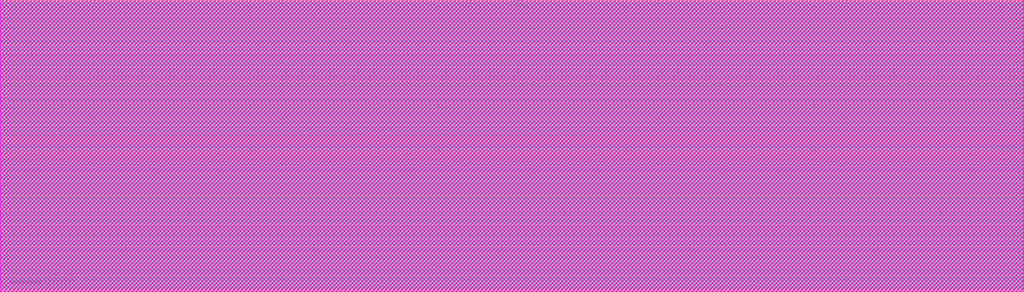
<source format=lef>
# Created by MC2 : Version 2012.02.00.d on 2024/05/10, 15:14:14

#*********************************************************************************************************************/
# Software       : TSMC MEMORY COMPILER tsn28hpcpd127spsram_2012.02.00.d.180a						*/
# Technology     : TSMC 28nm CMOS LOGIC High Performance Compact Mobile Computing Plus 1P10M HKMG CU_ELK 0.9V				*/
#  Memory Type    : TSMC 28nm High Performance Compact Mobile Computing Plus Single Port SRAM with d127 bit cell HVT periphery */
# Library Name   : ts1n28hpcphvtb16384x36m8sso (user specify : TS1N28HPCPHVTB16384X36M8SSO)				*/
# Library Version: 180a												*/
# Generated Time : 2024/05/10, 15:14:06										*/
#*********************************************************************************************************************/
#															*/
# STATEMENT OF USE													*/
#															*/
# This information contains confidential and proprietary information of TSMC.					*/
# No part of this information may be reproduced, transmitted, transcribed,						*/
# stored in a retrieval system, or translated into any human or computer						*/
# language, in any form or by any means, electronic, mechanical, magnetic,						*/
# optical, chemical, manual, or otherwise, without the prior written permission					*/
# of TSMC. This information was prepared for informational purpose and is for					*/
# use by TSMC's customers only. TSMC reserves the right to make changes in the					*/
# information at any time and without notice.									*/
#															*/
#*********************************************************************************************************************/
VERSION 5.7 ;
BUSBITCHARS "[]" ;
DIVIDERCHAR "/" ;

MACRO TS1N28HPCPHVTB16384X36M8SSO
	CLASS BLOCK ;
	FOREIGN TS1N28HPCPHVTB16384X36M8SSO 0.0 0.0 ;
	ORIGIN 0.0 0.0 ;
	SIZE 653.535 BY 186.370 ;
	SYMMETRY X Y ;
	PIN A[0]
		DIRECTION INPUT ;
		USE SIGNAL ;
		PORT
			LAYER M2 ;
			RECT 653.355 95.670 653.535 95.820 ;
			LAYER M3 ;
			RECT 653.355 95.670 653.535 95.820 ;
			LAYER M1 ;
			RECT 653.355 95.670 653.535 95.820 ;
		END
		ANTENNAGATEAREA 0.039000 LAYER M1 ;
		ANTENNADIFFAREA 0.020000 LAYER M1 ;
		ANTENNAPARTIALMETALAREA 0.109700 LAYER M1 ;
		ANTENNAMAXAREACAR 2.041700 LAYER M1 ;
		ANTENNAPARTIALCUTAREA 0.026000 LAYER VIA1 ;
		ANTENNAMAXAREACAR 0.333300 LAYER VIA1 ;
		ANTENNAGATEAREA 0.039000 LAYER M2 ;
		ANTENNADIFFAREA 0.020000 LAYER M2 ;
		ANTENNAPARTIALMETALAREA 0.483700 LAYER M2 ;
		ANTENNAMAXAREACAR 18.165000 LAYER M2 ;
		ANTENNAPARTIALCUTAREA 0.006500 LAYER VIA2 ;
		ANTENNAMAXAREACAR 0.500000 LAYER VIA2 ;
		ANTENNAGATEAREA 0.039000 LAYER M3 ;
		ANTENNADIFFAREA 0.020000 LAYER M3 ;
		ANTENNAPARTIALMETALAREA 0.027000 LAYER M3 ;
		ANTENNAMAXAREACAR 19.065000 LAYER M3 ;
	END A[0]

	PIN A[10]
		DIRECTION INPUT ;
		USE SIGNAL ;
		PORT
			LAYER M1 ;
			RECT 653.355 85.420 653.535 85.570 ;
			LAYER M3 ;
			RECT 653.355 85.420 653.535 85.570 ;
			LAYER M2 ;
			RECT 653.355 85.420 653.535 85.570 ;
		END
		ANTENNAGATEAREA 0.039000 LAYER M1 ;
		ANTENNADIFFAREA 0.020000 LAYER M1 ;
		ANTENNAPARTIALMETALAREA 0.109700 LAYER M1 ;
		ANTENNAMAXAREACAR 2.041700 LAYER M1 ;
		ANTENNAPARTIALCUTAREA 0.026000 LAYER VIA1 ;
		ANTENNAMAXAREACAR 0.333300 LAYER VIA1 ;
		ANTENNAGATEAREA 0.039000 LAYER M2 ;
		ANTENNADIFFAREA 0.020000 LAYER M2 ;
		ANTENNAPARTIALMETALAREA 0.483700 LAYER M2 ;
		ANTENNAMAXAREACAR 18.165000 LAYER M2 ;
		ANTENNAPARTIALCUTAREA 0.006500 LAYER VIA2 ;
		ANTENNAMAXAREACAR 0.500000 LAYER VIA2 ;
		ANTENNAGATEAREA 0.039000 LAYER M3 ;
		ANTENNADIFFAREA 0.020000 LAYER M3 ;
		ANTENNAPARTIALMETALAREA 0.027000 LAYER M3 ;
		ANTENNAMAXAREACAR 19.065000 LAYER M3 ;
	END A[10]

	PIN A[11]
		DIRECTION INPUT ;
		USE SIGNAL ;
		PORT
			LAYER M3 ;
			RECT 653.355 98.110 653.535 98.260 ;
			LAYER M1 ;
			RECT 653.355 98.110 653.535 98.260 ;
			LAYER M2 ;
			RECT 653.355 98.110 653.535 98.260 ;
		END
		ANTENNAGATEAREA 0.039000 LAYER M1 ;
		ANTENNADIFFAREA 0.020000 LAYER M1 ;
		ANTENNAPARTIALMETALAREA 0.109700 LAYER M1 ;
		ANTENNAMAXAREACAR 2.041700 LAYER M1 ;
		ANTENNAPARTIALCUTAREA 0.026000 LAYER VIA1 ;
		ANTENNAMAXAREACAR 0.333300 LAYER VIA1 ;
		ANTENNAGATEAREA 0.039000 LAYER M2 ;
		ANTENNADIFFAREA 0.020000 LAYER M2 ;
		ANTENNAPARTIALMETALAREA 0.483700 LAYER M2 ;
		ANTENNAMAXAREACAR 18.165000 LAYER M2 ;
		ANTENNAPARTIALCUTAREA 0.006500 LAYER VIA2 ;
		ANTENNAMAXAREACAR 0.500000 LAYER VIA2 ;
		ANTENNAGATEAREA 0.039000 LAYER M3 ;
		ANTENNADIFFAREA 0.020000 LAYER M3 ;
		ANTENNAPARTIALMETALAREA 0.027000 LAYER M3 ;
		ANTENNAMAXAREACAR 19.065000 LAYER M3 ;
	END A[11]

	PIN A[12]
		DIRECTION INPUT ;
		USE SIGNAL ;
		PORT
			LAYER M2 ;
			RECT 653.355 97.720 653.535 97.870 ;
			LAYER M1 ;
			RECT 653.355 97.720 653.535 97.870 ;
			LAYER M3 ;
			RECT 653.355 97.720 653.535 97.870 ;
		END
		ANTENNAGATEAREA 0.039000 LAYER M1 ;
		ANTENNADIFFAREA 0.020000 LAYER M1 ;
		ANTENNAPARTIALMETALAREA 0.109700 LAYER M1 ;
		ANTENNAMAXAREACAR 2.041700 LAYER M1 ;
		ANTENNAPARTIALCUTAREA 0.026000 LAYER VIA1 ;
		ANTENNAMAXAREACAR 0.333300 LAYER VIA1 ;
		ANTENNAGATEAREA 0.039000 LAYER M2 ;
		ANTENNADIFFAREA 0.020000 LAYER M2 ;
		ANTENNAPARTIALMETALAREA 0.483700 LAYER M2 ;
		ANTENNAMAXAREACAR 18.165000 LAYER M2 ;
		ANTENNAPARTIALCUTAREA 0.006500 LAYER VIA2 ;
		ANTENNAMAXAREACAR 0.500000 LAYER VIA2 ;
		ANTENNAGATEAREA 0.039000 LAYER M3 ;
		ANTENNADIFFAREA 0.020000 LAYER M3 ;
		ANTENNAPARTIALMETALAREA 0.027000 LAYER M3 ;
		ANTENNAMAXAREACAR 19.065000 LAYER M3 ;
	END A[12]

	PIN A[13]
		DIRECTION INPUT ;
		USE SIGNAL ;
		PORT
			LAYER M1 ;
			RECT 653.355 96.060 653.535 96.210 ;
			LAYER M2 ;
			RECT 653.355 96.060 653.535 96.210 ;
			LAYER M3 ;
			RECT 653.355 96.060 653.535 96.210 ;
		END
		ANTENNAGATEAREA 0.039000 LAYER M1 ;
		ANTENNADIFFAREA 0.020000 LAYER M1 ;
		ANTENNAPARTIALMETALAREA 0.109700 LAYER M1 ;
		ANTENNAMAXAREACAR 2.041700 LAYER M1 ;
		ANTENNAPARTIALCUTAREA 0.026000 LAYER VIA1 ;
		ANTENNAMAXAREACAR 0.333300 LAYER VIA1 ;
		ANTENNAGATEAREA 0.039000 LAYER M2 ;
		ANTENNADIFFAREA 0.020000 LAYER M2 ;
		ANTENNAPARTIALMETALAREA 0.483700 LAYER M2 ;
		ANTENNAMAXAREACAR 18.165000 LAYER M2 ;
		ANTENNAPARTIALCUTAREA 0.006500 LAYER VIA2 ;
		ANTENNAMAXAREACAR 0.500000 LAYER VIA2 ;
		ANTENNAGATEAREA 0.039000 LAYER M3 ;
		ANTENNADIFFAREA 0.020000 LAYER M3 ;
		ANTENNAPARTIALMETALAREA 0.027000 LAYER M3 ;
		ANTENNAMAXAREACAR 19.065000 LAYER M3 ;
	END A[13]

	PIN A[1]
		DIRECTION INPUT ;
		USE SIGNAL ;
		PORT
			LAYER M2 ;
			RECT 653.355 94.010 653.535 94.160 ;
			LAYER M3 ;
			RECT 653.355 94.010 653.535 94.160 ;
			LAYER M1 ;
			RECT 653.355 94.010 653.535 94.160 ;
		END
		ANTENNAGATEAREA 0.039000 LAYER M1 ;
		ANTENNADIFFAREA 0.020000 LAYER M1 ;
		ANTENNAPARTIALMETALAREA 0.109700 LAYER M1 ;
		ANTENNAMAXAREACAR 2.041700 LAYER M1 ;
		ANTENNAPARTIALCUTAREA 0.026000 LAYER VIA1 ;
		ANTENNAMAXAREACAR 0.333300 LAYER VIA1 ;
		ANTENNAGATEAREA 0.039000 LAYER M2 ;
		ANTENNADIFFAREA 0.020000 LAYER M2 ;
		ANTENNAPARTIALMETALAREA 0.483700 LAYER M2 ;
		ANTENNAMAXAREACAR 18.165000 LAYER M2 ;
		ANTENNAPARTIALCUTAREA 0.006500 LAYER VIA2 ;
		ANTENNAMAXAREACAR 0.500000 LAYER VIA2 ;
		ANTENNAGATEAREA 0.039000 LAYER M3 ;
		ANTENNADIFFAREA 0.020000 LAYER M3 ;
		ANTENNAPARTIALMETALAREA 0.027000 LAYER M3 ;
		ANTENNAMAXAREACAR 19.065000 LAYER M3 ;
	END A[1]

	PIN A[2]
		DIRECTION INPUT ;
		USE SIGNAL ;
		PORT
			LAYER M1 ;
			RECT 653.355 93.620 653.535 93.770 ;
			LAYER M3 ;
			RECT 653.355 93.620 653.535 93.770 ;
			LAYER M2 ;
			RECT 653.355 93.620 653.535 93.770 ;
		END
		ANTENNAGATEAREA 0.039000 LAYER M1 ;
		ANTENNADIFFAREA 0.020000 LAYER M1 ;
		ANTENNAPARTIALMETALAREA 0.109700 LAYER M1 ;
		ANTENNAMAXAREACAR 2.041700 LAYER M1 ;
		ANTENNAPARTIALCUTAREA 0.026000 LAYER VIA1 ;
		ANTENNAMAXAREACAR 0.333300 LAYER VIA1 ;
		ANTENNAGATEAREA 0.039000 LAYER M2 ;
		ANTENNADIFFAREA 0.020000 LAYER M2 ;
		ANTENNAPARTIALMETALAREA 0.483700 LAYER M2 ;
		ANTENNAMAXAREACAR 18.165000 LAYER M2 ;
		ANTENNAPARTIALCUTAREA 0.006500 LAYER VIA2 ;
		ANTENNAMAXAREACAR 0.500000 LAYER VIA2 ;
		ANTENNAGATEAREA 0.039000 LAYER M3 ;
		ANTENNADIFFAREA 0.020000 LAYER M3 ;
		ANTENNAPARTIALMETALAREA 0.027000 LAYER M3 ;
		ANTENNAMAXAREACAR 19.065000 LAYER M3 ;
	END A[2]

	PIN A[3]
		DIRECTION INPUT ;
		USE SIGNAL ;
		PORT
			LAYER M1 ;
			RECT 653.355 89.520 653.535 89.670 ;
			LAYER M2 ;
			RECT 653.355 89.520 653.535 89.670 ;
			LAYER M3 ;
			RECT 653.355 89.520 653.535 89.670 ;
		END
		ANTENNAGATEAREA 0.039000 LAYER M1 ;
		ANTENNADIFFAREA 0.020000 LAYER M1 ;
		ANTENNAPARTIALMETALAREA 0.109700 LAYER M1 ;
		ANTENNAMAXAREACAR 2.041700 LAYER M1 ;
		ANTENNAPARTIALCUTAREA 0.026000 LAYER VIA1 ;
		ANTENNAMAXAREACAR 0.333300 LAYER VIA1 ;
		ANTENNAGATEAREA 0.039000 LAYER M2 ;
		ANTENNADIFFAREA 0.020000 LAYER M2 ;
		ANTENNAPARTIALMETALAREA 0.483700 LAYER M2 ;
		ANTENNAMAXAREACAR 18.165000 LAYER M2 ;
		ANTENNAPARTIALCUTAREA 0.006500 LAYER VIA2 ;
		ANTENNAMAXAREACAR 0.500000 LAYER VIA2 ;
		ANTENNAGATEAREA 0.039000 LAYER M3 ;
		ANTENNADIFFAREA 0.020000 LAYER M3 ;
		ANTENNAPARTIALMETALAREA 0.027000 LAYER M3 ;
		ANTENNAMAXAREACAR 19.065000 LAYER M3 ;
	END A[3]

	PIN A[4]
		DIRECTION INPUT ;
		USE SIGNAL ;
		PORT
			LAYER M2 ;
			RECT 653.355 87.860 653.535 88.010 ;
			LAYER M3 ;
			RECT 653.355 87.860 653.535 88.010 ;
			LAYER M1 ;
			RECT 653.355 87.860 653.535 88.010 ;
		END
		ANTENNAGATEAREA 0.039000 LAYER M1 ;
		ANTENNADIFFAREA 0.020000 LAYER M1 ;
		ANTENNAPARTIALMETALAREA 0.109700 LAYER M1 ;
		ANTENNAMAXAREACAR 2.041700 LAYER M1 ;
		ANTENNAPARTIALCUTAREA 0.026000 LAYER VIA1 ;
		ANTENNAMAXAREACAR 0.333300 LAYER VIA1 ;
		ANTENNAGATEAREA 0.039000 LAYER M2 ;
		ANTENNADIFFAREA 0.020000 LAYER M2 ;
		ANTENNAPARTIALMETALAREA 0.483700 LAYER M2 ;
		ANTENNAMAXAREACAR 18.165000 LAYER M2 ;
		ANTENNAPARTIALCUTAREA 0.006500 LAYER VIA2 ;
		ANTENNAMAXAREACAR 0.500000 LAYER VIA2 ;
		ANTENNAGATEAREA 0.039000 LAYER M3 ;
		ANTENNADIFFAREA 0.020000 LAYER M3 ;
		ANTENNAPARTIALMETALAREA 0.027000 LAYER M3 ;
		ANTENNAMAXAREACAR 19.065000 LAYER M3 ;
	END A[4]

	PIN A[5]
		DIRECTION INPUT ;
		USE SIGNAL ;
		PORT
			LAYER M3 ;
			RECT 653.355 87.470 653.535 87.620 ;
			LAYER M2 ;
			RECT 653.355 87.470 653.535 87.620 ;
			LAYER M1 ;
			RECT 653.355 87.470 653.535 87.620 ;
		END
		ANTENNAGATEAREA 0.039000 LAYER M1 ;
		ANTENNADIFFAREA 0.020000 LAYER M1 ;
		ANTENNAPARTIALMETALAREA 0.109700 LAYER M1 ;
		ANTENNAMAXAREACAR 2.041700 LAYER M1 ;
		ANTENNAPARTIALCUTAREA 0.026000 LAYER VIA1 ;
		ANTENNAMAXAREACAR 0.333300 LAYER VIA1 ;
		ANTENNAGATEAREA 0.039000 LAYER M2 ;
		ANTENNADIFFAREA 0.020000 LAYER M2 ;
		ANTENNAPARTIALMETALAREA 0.483700 LAYER M2 ;
		ANTENNAMAXAREACAR 18.165000 LAYER M2 ;
		ANTENNAPARTIALCUTAREA 0.006500 LAYER VIA2 ;
		ANTENNAMAXAREACAR 0.500000 LAYER VIA2 ;
		ANTENNAGATEAREA 0.039000 LAYER M3 ;
		ANTENNADIFFAREA 0.020000 LAYER M3 ;
		ANTENNAPARTIALMETALAREA 0.027000 LAYER M3 ;
		ANTENNAMAXAREACAR 19.065000 LAYER M3 ;
	END A[5]

	PIN A[6]
		DIRECTION INPUT ;
		USE SIGNAL ;
		PORT
			LAYER M3 ;
			RECT 653.355 91.960 653.535 92.110 ;
			LAYER M2 ;
			RECT 653.355 91.960 653.535 92.110 ;
			LAYER M1 ;
			RECT 653.355 91.960 653.535 92.110 ;
		END
		ANTENNAGATEAREA 0.039000 LAYER M1 ;
		ANTENNADIFFAREA 0.020000 LAYER M1 ;
		ANTENNAPARTIALMETALAREA 0.109700 LAYER M1 ;
		ANTENNAMAXAREACAR 2.041700 LAYER M1 ;
		ANTENNAPARTIALCUTAREA 0.026000 LAYER VIA1 ;
		ANTENNAMAXAREACAR 0.333300 LAYER VIA1 ;
		ANTENNAGATEAREA 0.039000 LAYER M2 ;
		ANTENNADIFFAREA 0.020000 LAYER M2 ;
		ANTENNAPARTIALMETALAREA 0.483700 LAYER M2 ;
		ANTENNAMAXAREACAR 18.165000 LAYER M2 ;
		ANTENNAPARTIALCUTAREA 0.006500 LAYER VIA2 ;
		ANTENNAMAXAREACAR 0.500000 LAYER VIA2 ;
		ANTENNAGATEAREA 0.039000 LAYER M3 ;
		ANTENNADIFFAREA 0.020000 LAYER M3 ;
		ANTENNAPARTIALMETALAREA 0.027000 LAYER M3 ;
		ANTENNAMAXAREACAR 19.065000 LAYER M3 ;
	END A[6]

	PIN A[7]
		DIRECTION INPUT ;
		USE SIGNAL ;
		PORT
			LAYER M2 ;
			RECT 653.355 91.570 653.535 91.720 ;
			LAYER M3 ;
			RECT 653.355 91.570 653.535 91.720 ;
			LAYER M1 ;
			RECT 653.355 91.570 653.535 91.720 ;
		END
		ANTENNAGATEAREA 0.039000 LAYER M1 ;
		ANTENNADIFFAREA 0.020000 LAYER M1 ;
		ANTENNAPARTIALMETALAREA 0.109700 LAYER M1 ;
		ANTENNAMAXAREACAR 2.041700 LAYER M1 ;
		ANTENNAPARTIALCUTAREA 0.026000 LAYER VIA1 ;
		ANTENNAMAXAREACAR 0.333300 LAYER VIA1 ;
		ANTENNAGATEAREA 0.039000 LAYER M2 ;
		ANTENNADIFFAREA 0.020000 LAYER M2 ;
		ANTENNAPARTIALMETALAREA 0.483700 LAYER M2 ;
		ANTENNAMAXAREACAR 18.165000 LAYER M2 ;
		ANTENNAPARTIALCUTAREA 0.006500 LAYER VIA2 ;
		ANTENNAMAXAREACAR 0.500000 LAYER VIA2 ;
		ANTENNAGATEAREA 0.039000 LAYER M3 ;
		ANTENNADIFFAREA 0.020000 LAYER M3 ;
		ANTENNAPARTIALMETALAREA 0.027000 LAYER M3 ;
		ANTENNAMAXAREACAR 19.065000 LAYER M3 ;
	END A[7]

	PIN A[8]
		DIRECTION INPUT ;
		USE SIGNAL ;
		PORT
			LAYER M2 ;
			RECT 653.355 89.910 653.535 90.060 ;
			LAYER M1 ;
			RECT 653.355 89.910 653.535 90.060 ;
			LAYER M3 ;
			RECT 653.355 89.910 653.535 90.060 ;
		END
		ANTENNAGATEAREA 0.039000 LAYER M1 ;
		ANTENNADIFFAREA 0.020000 LAYER M1 ;
		ANTENNAPARTIALMETALAREA 0.109700 LAYER M1 ;
		ANTENNAMAXAREACAR 2.041700 LAYER M1 ;
		ANTENNAPARTIALCUTAREA 0.026000 LAYER VIA1 ;
		ANTENNAMAXAREACAR 0.333300 LAYER VIA1 ;
		ANTENNAGATEAREA 0.039000 LAYER M2 ;
		ANTENNADIFFAREA 0.020000 LAYER M2 ;
		ANTENNAPARTIALMETALAREA 0.483700 LAYER M2 ;
		ANTENNAMAXAREACAR 18.165000 LAYER M2 ;
		ANTENNAPARTIALCUTAREA 0.006500 LAYER VIA2 ;
		ANTENNAMAXAREACAR 0.500000 LAYER VIA2 ;
		ANTENNAGATEAREA 0.039000 LAYER M3 ;
		ANTENNADIFFAREA 0.020000 LAYER M3 ;
		ANTENNAPARTIALMETALAREA 0.027000 LAYER M3 ;
		ANTENNAMAXAREACAR 19.065000 LAYER M3 ;
	END A[8]

	PIN A[9]
		DIRECTION INPUT ;
		USE SIGNAL ;
		PORT
			LAYER M2 ;
			RECT 653.355 85.810 653.535 85.960 ;
			LAYER M1 ;
			RECT 653.355 85.810 653.535 85.960 ;
			LAYER M3 ;
			RECT 653.355 85.810 653.535 85.960 ;
		END
		ANTENNAGATEAREA 0.039000 LAYER M1 ;
		ANTENNADIFFAREA 0.020000 LAYER M1 ;
		ANTENNAPARTIALMETALAREA 0.109700 LAYER M1 ;
		ANTENNAMAXAREACAR 2.041700 LAYER M1 ;
		ANTENNAPARTIALCUTAREA 0.026000 LAYER VIA1 ;
		ANTENNAMAXAREACAR 0.333300 LAYER VIA1 ;
		ANTENNAGATEAREA 0.039000 LAYER M2 ;
		ANTENNADIFFAREA 0.020000 LAYER M2 ;
		ANTENNAPARTIALMETALAREA 0.483700 LAYER M2 ;
		ANTENNAMAXAREACAR 18.165000 LAYER M2 ;
		ANTENNAPARTIALCUTAREA 0.006500 LAYER VIA2 ;
		ANTENNAMAXAREACAR 0.500000 LAYER VIA2 ;
		ANTENNAGATEAREA 0.039000 LAYER M3 ;
		ANTENNADIFFAREA 0.020000 LAYER M3 ;
		ANTENNAPARTIALMETALAREA 0.027000 LAYER M3 ;
		ANTENNAMAXAREACAR 19.065000 LAYER M3 ;
	END A[9]

	PIN CEB
		DIRECTION INPUT ;
		USE SIGNAL ;
		PORT
			LAYER M1 ;
			RECT 653.355 99.770 653.535 99.920 ;
			LAYER M3 ;
			RECT 653.355 99.770 653.535 99.920 ;
			LAYER M2 ;
			RECT 653.355 99.770 653.535 99.920 ;
		END
		ANTENNAGATEAREA 0.039000 LAYER M1 ;
		ANTENNADIFFAREA 0.020000 LAYER M1 ;
		ANTENNAPARTIALMETALAREA 0.115300 LAYER M1 ;
		ANTENNAMAXAREACAR 2.228300 LAYER M1 ;
		ANTENNAPARTIALCUTAREA 0.026000 LAYER VIA1 ;
		ANTENNAMAXAREACAR 0.515900 LAYER VIA1 ;
		ANTENNAGATEAREA 0.039000 LAYER M2 ;
		ANTENNADIFFAREA 0.020000 LAYER M2 ;
		ANTENNAPARTIALMETALAREA 0.249900 LAYER M2 ;
		ANTENNAMAXAREACAR 10.191100 LAYER M2 ;
		ANTENNAPARTIALCUTAREA 0.006500 LAYER VIA2 ;
		ANTENNAMAXAREACAR 0.732500 LAYER VIA2 ;
		ANTENNAGATEAREA 0.039000 LAYER M3 ;
		ANTENNADIFFAREA 0.020000 LAYER M3 ;
		ANTENNAPARTIALMETALAREA 0.027000 LAYER M3 ;
		ANTENNAMAXAREACAR 11.091100 LAYER M3 ;
	END CEB

	PIN CLK
		DIRECTION INPUT ;
		USE SIGNAL ;
		PORT
			LAYER M1 ;
			RECT 653.355 100.400 653.535 100.550 ;
			LAYER M2 ;
			RECT 653.355 100.400 653.535 100.550 ;
			LAYER M3 ;
			RECT 653.355 100.400 653.535 100.550 ;
		END
		ANTENNAGATEAREA 2.013900 LAYER M1 ;
		ANTENNADIFFAREA 0.020000 LAYER M1 ;
		ANTENNAPARTIALMETALAREA 3.534300 LAYER M1 ;
		ANTENNAMAXAREACAR 5.372500 LAYER M1 ;
		ANTENNAPARTIALCUTAREA 0.331500 LAYER VIA1 ;
		ANTENNAMAXAREACAR 0.866700 LAYER VIA1 ;
		ANTENNAGATEAREA 2.013900 LAYER M2 ;
		ANTENNADIFFAREA 0.020000 LAYER M2 ;
		ANTENNAPARTIALMETALAREA 2.694600 LAYER M2 ;
		ANTENNAMAXAREACAR 33.912400 LAYER M2 ;
		ANTENNAPARTIALCUTAREA 0.292500 LAYER VIA2 ;
		ANTENNAMAXAREACAR 1.097200 LAYER VIA2 ;
		ANTENNAGATEAREA 2.013900 LAYER M3 ;
		ANTENNADIFFAREA 0.020000 LAYER M3 ;
		ANTENNAPARTIALMETALAREA 2.754400 LAYER M3 ;
		ANTENNAMAXAREACAR 35.107800 LAYER M3 ;
	END CLK

	PIN D[0]
		DIRECTION INPUT ;
		USE SIGNAL ;
		PORT
			LAYER M3 ;
			RECT 653.355 4.315 653.535 4.465 ;
			LAYER M1 ;
			RECT 653.355 4.315 653.535 4.465 ;
			LAYER M2 ;
			RECT 653.355 4.315 653.535 4.465 ;
		END
		ANTENNAGATEAREA 0.039000 LAYER M1 ;
		ANTENNADIFFAREA 0.020000 LAYER M1 ;
		ANTENNAPARTIALMETALAREA 0.125300 LAYER M1 ;
		ANTENNAMAXAREACAR 2.560000 LAYER M1 ;
		ANTENNAPARTIALCUTAREA 0.026000 LAYER VIA1 ;
		ANTENNAMAXAREACAR 0.333300 LAYER VIA1 ;
		ANTENNAGATEAREA 0.039000 LAYER M2 ;
		ANTENNADIFFAREA 0.020000 LAYER M2 ;
		ANTENNAPARTIALMETALAREA 0.481400 LAYER M2 ;
		ANTENNAMAXAREACAR 18.608300 LAYER M2 ;
		ANTENNAPARTIALCUTAREA 0.006500 LAYER VIA2 ;
		ANTENNAMAXAREACAR 0.500000 LAYER VIA2 ;
		ANTENNAGATEAREA 0.039000 LAYER M3 ;
		ANTENNADIFFAREA 0.020000 LAYER M3 ;
		ANTENNAPARTIALMETALAREA 0.027000 LAYER M3 ;
		ANTENNAMAXAREACAR 19.508300 LAYER M3 ;
	END D[0]

	PIN D[10]
		DIRECTION INPUT ;
		USE SIGNAL ;
		PORT
			LAYER M1 ;
			RECT 653.355 50.715 653.535 50.865 ;
			LAYER M2 ;
			RECT 653.355 50.715 653.535 50.865 ;
			LAYER M3 ;
			RECT 653.355 50.715 653.535 50.865 ;
		END
		ANTENNAGATEAREA 0.039000 LAYER M1 ;
		ANTENNADIFFAREA 0.020000 LAYER M1 ;
		ANTENNAPARTIALMETALAREA 0.125300 LAYER M1 ;
		ANTENNAMAXAREACAR 2.560000 LAYER M1 ;
		ANTENNAPARTIALCUTAREA 0.026000 LAYER VIA1 ;
		ANTENNAMAXAREACAR 0.333300 LAYER VIA1 ;
		ANTENNAGATEAREA 0.039000 LAYER M2 ;
		ANTENNADIFFAREA 0.020000 LAYER M2 ;
		ANTENNAPARTIALMETALAREA 0.481400 LAYER M2 ;
		ANTENNAMAXAREACAR 18.608300 LAYER M2 ;
		ANTENNAPARTIALCUTAREA 0.006500 LAYER VIA2 ;
		ANTENNAMAXAREACAR 0.500000 LAYER VIA2 ;
		ANTENNAGATEAREA 0.039000 LAYER M3 ;
		ANTENNADIFFAREA 0.020000 LAYER M3 ;
		ANTENNAPARTIALMETALAREA 0.027000 LAYER M3 ;
		ANTENNAMAXAREACAR 19.508300 LAYER M3 ;
	END D[10]

	PIN D[11]
		DIRECTION INPUT ;
		USE SIGNAL ;
		PORT
			LAYER M1 ;
			RECT 653.355 55.355 653.535 55.505 ;
			LAYER M2 ;
			RECT 653.355 55.355 653.535 55.505 ;
			LAYER M3 ;
			RECT 653.355 55.355 653.535 55.505 ;
		END
		ANTENNAGATEAREA 0.039000 LAYER M1 ;
		ANTENNADIFFAREA 0.020000 LAYER M1 ;
		ANTENNAPARTIALMETALAREA 0.125300 LAYER M1 ;
		ANTENNAMAXAREACAR 2.560000 LAYER M1 ;
		ANTENNAPARTIALCUTAREA 0.026000 LAYER VIA1 ;
		ANTENNAMAXAREACAR 0.333300 LAYER VIA1 ;
		ANTENNAGATEAREA 0.039000 LAYER M2 ;
		ANTENNADIFFAREA 0.020000 LAYER M2 ;
		ANTENNAPARTIALMETALAREA 0.481400 LAYER M2 ;
		ANTENNAMAXAREACAR 18.608300 LAYER M2 ;
		ANTENNAPARTIALCUTAREA 0.006500 LAYER VIA2 ;
		ANTENNAMAXAREACAR 0.500000 LAYER VIA2 ;
		ANTENNAGATEAREA 0.039000 LAYER M3 ;
		ANTENNADIFFAREA 0.020000 LAYER M3 ;
		ANTENNAPARTIALMETALAREA 0.027000 LAYER M3 ;
		ANTENNAMAXAREACAR 19.508300 LAYER M3 ;
	END D[11]

	PIN D[12]
		DIRECTION INPUT ;
		USE SIGNAL ;
		PORT
			LAYER M1 ;
			RECT 653.355 59.995 653.535 60.145 ;
			LAYER M2 ;
			RECT 653.355 59.995 653.535 60.145 ;
			LAYER M3 ;
			RECT 653.355 59.995 653.535 60.145 ;
		END
		ANTENNAGATEAREA 0.039000 LAYER M1 ;
		ANTENNADIFFAREA 0.020000 LAYER M1 ;
		ANTENNAPARTIALMETALAREA 0.125300 LAYER M1 ;
		ANTENNAMAXAREACAR 2.560000 LAYER M1 ;
		ANTENNAPARTIALCUTAREA 0.026000 LAYER VIA1 ;
		ANTENNAMAXAREACAR 0.333300 LAYER VIA1 ;
		ANTENNAGATEAREA 0.039000 LAYER M2 ;
		ANTENNADIFFAREA 0.020000 LAYER M2 ;
		ANTENNAPARTIALMETALAREA 0.481400 LAYER M2 ;
		ANTENNAMAXAREACAR 18.608300 LAYER M2 ;
		ANTENNAPARTIALCUTAREA 0.006500 LAYER VIA2 ;
		ANTENNAMAXAREACAR 0.500000 LAYER VIA2 ;
		ANTENNAGATEAREA 0.039000 LAYER M3 ;
		ANTENNADIFFAREA 0.020000 LAYER M3 ;
		ANTENNAPARTIALMETALAREA 0.027000 LAYER M3 ;
		ANTENNAMAXAREACAR 19.508300 LAYER M3 ;
	END D[12]

	PIN D[13]
		DIRECTION INPUT ;
		USE SIGNAL ;
		PORT
			LAYER M3 ;
			RECT 653.355 64.635 653.535 64.785 ;
			LAYER M2 ;
			RECT 653.355 64.635 653.535 64.785 ;
			LAYER M1 ;
			RECT 653.355 64.635 653.535 64.785 ;
		END
		ANTENNAGATEAREA 0.039000 LAYER M1 ;
		ANTENNADIFFAREA 0.020000 LAYER M1 ;
		ANTENNAPARTIALMETALAREA 0.125300 LAYER M1 ;
		ANTENNAMAXAREACAR 2.560000 LAYER M1 ;
		ANTENNAPARTIALCUTAREA 0.026000 LAYER VIA1 ;
		ANTENNAMAXAREACAR 0.333300 LAYER VIA1 ;
		ANTENNAGATEAREA 0.039000 LAYER M2 ;
		ANTENNADIFFAREA 0.020000 LAYER M2 ;
		ANTENNAPARTIALMETALAREA 0.481400 LAYER M2 ;
		ANTENNAMAXAREACAR 18.608300 LAYER M2 ;
		ANTENNAPARTIALCUTAREA 0.006500 LAYER VIA2 ;
		ANTENNAMAXAREACAR 0.500000 LAYER VIA2 ;
		ANTENNAGATEAREA 0.039000 LAYER M3 ;
		ANTENNADIFFAREA 0.020000 LAYER M3 ;
		ANTENNAPARTIALMETALAREA 0.027000 LAYER M3 ;
		ANTENNAMAXAREACAR 19.508300 LAYER M3 ;
	END D[13]

	PIN D[14]
		DIRECTION INPUT ;
		USE SIGNAL ;
		PORT
			LAYER M1 ;
			RECT 653.355 69.275 653.535 69.425 ;
			LAYER M2 ;
			RECT 653.355 69.275 653.535 69.425 ;
			LAYER M3 ;
			RECT 653.355 69.275 653.535 69.425 ;
		END
		ANTENNAGATEAREA 0.039000 LAYER M1 ;
		ANTENNADIFFAREA 0.020000 LAYER M1 ;
		ANTENNAPARTIALMETALAREA 0.125300 LAYER M1 ;
		ANTENNAMAXAREACAR 2.560000 LAYER M1 ;
		ANTENNAPARTIALCUTAREA 0.026000 LAYER VIA1 ;
		ANTENNAMAXAREACAR 0.333300 LAYER VIA1 ;
		ANTENNAGATEAREA 0.039000 LAYER M2 ;
		ANTENNADIFFAREA 0.020000 LAYER M2 ;
		ANTENNAPARTIALMETALAREA 0.481400 LAYER M2 ;
		ANTENNAMAXAREACAR 18.608300 LAYER M2 ;
		ANTENNAPARTIALCUTAREA 0.006500 LAYER VIA2 ;
		ANTENNAMAXAREACAR 0.500000 LAYER VIA2 ;
		ANTENNAGATEAREA 0.039000 LAYER M3 ;
		ANTENNADIFFAREA 0.020000 LAYER M3 ;
		ANTENNAPARTIALMETALAREA 0.027000 LAYER M3 ;
		ANTENNAMAXAREACAR 19.508300 LAYER M3 ;
	END D[14]

	PIN D[15]
		DIRECTION INPUT ;
		USE SIGNAL ;
		PORT
			LAYER M3 ;
			RECT 653.355 73.915 653.535 74.065 ;
			LAYER M2 ;
			RECT 653.355 73.915 653.535 74.065 ;
			LAYER M1 ;
			RECT 653.355 73.915 653.535 74.065 ;
		END
		ANTENNAGATEAREA 0.039000 LAYER M1 ;
		ANTENNADIFFAREA 0.020000 LAYER M1 ;
		ANTENNAPARTIALMETALAREA 0.125300 LAYER M1 ;
		ANTENNAMAXAREACAR 2.560000 LAYER M1 ;
		ANTENNAPARTIALCUTAREA 0.026000 LAYER VIA1 ;
		ANTENNAMAXAREACAR 0.333300 LAYER VIA1 ;
		ANTENNAGATEAREA 0.039000 LAYER M2 ;
		ANTENNADIFFAREA 0.020000 LAYER M2 ;
		ANTENNAPARTIALMETALAREA 0.481400 LAYER M2 ;
		ANTENNAMAXAREACAR 18.608300 LAYER M2 ;
		ANTENNAPARTIALCUTAREA 0.006500 LAYER VIA2 ;
		ANTENNAMAXAREACAR 0.500000 LAYER VIA2 ;
		ANTENNAGATEAREA 0.039000 LAYER M3 ;
		ANTENNADIFFAREA 0.020000 LAYER M3 ;
		ANTENNAPARTIALMETALAREA 0.027000 LAYER M3 ;
		ANTENNAMAXAREACAR 19.508300 LAYER M3 ;
	END D[15]

	PIN D[16]
		DIRECTION INPUT ;
		USE SIGNAL ;
		PORT
			LAYER M2 ;
			RECT 653.355 76.235 653.535 76.385 ;
			LAYER M1 ;
			RECT 653.355 76.235 653.535 76.385 ;
			LAYER M3 ;
			RECT 653.355 76.235 653.535 76.385 ;
		END
		ANTENNAGATEAREA 0.039000 LAYER M1 ;
		ANTENNADIFFAREA 0.020000 LAYER M1 ;
		ANTENNAPARTIALMETALAREA 0.125300 LAYER M1 ;
		ANTENNAMAXAREACAR 2.560000 LAYER M1 ;
		ANTENNAPARTIALCUTAREA 0.026000 LAYER VIA1 ;
		ANTENNAMAXAREACAR 0.333300 LAYER VIA1 ;
		ANTENNAGATEAREA 0.039000 LAYER M2 ;
		ANTENNADIFFAREA 0.020000 LAYER M2 ;
		ANTENNAPARTIALMETALAREA 0.481400 LAYER M2 ;
		ANTENNAMAXAREACAR 18.608300 LAYER M2 ;
		ANTENNAPARTIALCUTAREA 0.006500 LAYER VIA2 ;
		ANTENNAMAXAREACAR 0.500000 LAYER VIA2 ;
		ANTENNAGATEAREA 0.039000 LAYER M3 ;
		ANTENNADIFFAREA 0.020000 LAYER M3 ;
		ANTENNAPARTIALMETALAREA 0.027000 LAYER M3 ;
		ANTENNAMAXAREACAR 19.508300 LAYER M3 ;
	END D[16]

	PIN D[17]
		DIRECTION INPUT ;
		USE SIGNAL ;
		PORT
			LAYER M2 ;
			RECT 653.355 78.555 653.535 78.705 ;
			LAYER M3 ;
			RECT 653.355 78.555 653.535 78.705 ;
			LAYER M1 ;
			RECT 653.355 78.555 653.535 78.705 ;
		END
		ANTENNAGATEAREA 0.039000 LAYER M1 ;
		ANTENNADIFFAREA 0.020000 LAYER M1 ;
		ANTENNAPARTIALMETALAREA 0.125300 LAYER M1 ;
		ANTENNAMAXAREACAR 2.560000 LAYER M1 ;
		ANTENNAPARTIALCUTAREA 0.026000 LAYER VIA1 ;
		ANTENNAMAXAREACAR 0.333300 LAYER VIA1 ;
		ANTENNAGATEAREA 0.039000 LAYER M2 ;
		ANTENNADIFFAREA 0.020000 LAYER M2 ;
		ANTENNAPARTIALMETALAREA 0.481400 LAYER M2 ;
		ANTENNAMAXAREACAR 18.608300 LAYER M2 ;
		ANTENNAPARTIALCUTAREA 0.006500 LAYER VIA2 ;
		ANTENNAMAXAREACAR 0.500000 LAYER VIA2 ;
		ANTENNAGATEAREA 0.039000 LAYER M3 ;
		ANTENNADIFFAREA 0.020000 LAYER M3 ;
		ANTENNAPARTIALMETALAREA 0.027000 LAYER M3 ;
		ANTENNAMAXAREACAR 19.508300 LAYER M3 ;
	END D[17]

	PIN D[18]
		DIRECTION INPUT ;
		USE SIGNAL ;
		PORT
			LAYER M3 ;
			RECT 653.355 107.275 653.535 107.425 ;
			LAYER M2 ;
			RECT 653.355 107.275 653.535 107.425 ;
			LAYER M1 ;
			RECT 653.355 107.275 653.535 107.425 ;
		END
		ANTENNAGATEAREA 0.039000 LAYER M1 ;
		ANTENNADIFFAREA 0.020000 LAYER M1 ;
		ANTENNAPARTIALMETALAREA 0.125300 LAYER M1 ;
		ANTENNAMAXAREACAR 2.560000 LAYER M1 ;
		ANTENNAPARTIALCUTAREA 0.026000 LAYER VIA1 ;
		ANTENNAMAXAREACAR 0.333300 LAYER VIA1 ;
		ANTENNAGATEAREA 0.039000 LAYER M2 ;
		ANTENNADIFFAREA 0.020000 LAYER M2 ;
		ANTENNAPARTIALMETALAREA 0.481400 LAYER M2 ;
		ANTENNAMAXAREACAR 18.608300 LAYER M2 ;
		ANTENNAPARTIALCUTAREA 0.006500 LAYER VIA2 ;
		ANTENNAMAXAREACAR 0.500000 LAYER VIA2 ;
		ANTENNAGATEAREA 0.039000 LAYER M3 ;
		ANTENNADIFFAREA 0.020000 LAYER M3 ;
		ANTENNAPARTIALMETALAREA 0.027000 LAYER M3 ;
		ANTENNAMAXAREACAR 19.508300 LAYER M3 ;
	END D[18]

	PIN D[19]
		DIRECTION INPUT ;
		USE SIGNAL ;
		PORT
			LAYER M1 ;
			RECT 653.355 109.595 653.535 109.745 ;
			LAYER M2 ;
			RECT 653.355 109.595 653.535 109.745 ;
			LAYER M3 ;
			RECT 653.355 109.595 653.535 109.745 ;
		END
		ANTENNAGATEAREA 0.039000 LAYER M1 ;
		ANTENNADIFFAREA 0.020000 LAYER M1 ;
		ANTENNAPARTIALMETALAREA 0.125300 LAYER M1 ;
		ANTENNAMAXAREACAR 2.560000 LAYER M1 ;
		ANTENNAPARTIALCUTAREA 0.026000 LAYER VIA1 ;
		ANTENNAMAXAREACAR 0.333300 LAYER VIA1 ;
		ANTENNAGATEAREA 0.039000 LAYER M2 ;
		ANTENNADIFFAREA 0.020000 LAYER M2 ;
		ANTENNAPARTIALMETALAREA 0.481400 LAYER M2 ;
		ANTENNAMAXAREACAR 18.608300 LAYER M2 ;
		ANTENNAPARTIALCUTAREA 0.006500 LAYER VIA2 ;
		ANTENNAMAXAREACAR 0.500000 LAYER VIA2 ;
		ANTENNAGATEAREA 0.039000 LAYER M3 ;
		ANTENNADIFFAREA 0.020000 LAYER M3 ;
		ANTENNAPARTIALMETALAREA 0.027000 LAYER M3 ;
		ANTENNAMAXAREACAR 19.508300 LAYER M3 ;
	END D[19]

	PIN D[1]
		DIRECTION INPUT ;
		USE SIGNAL ;
		PORT
			LAYER M2 ;
			RECT 653.355 8.955 653.535 9.105 ;
			LAYER M1 ;
			RECT 653.355 8.955 653.535 9.105 ;
			LAYER M3 ;
			RECT 653.355 8.955 653.535 9.105 ;
		END
		ANTENNAGATEAREA 0.039000 LAYER M1 ;
		ANTENNADIFFAREA 0.020000 LAYER M1 ;
		ANTENNAPARTIALMETALAREA 0.125300 LAYER M1 ;
		ANTENNAMAXAREACAR 2.560000 LAYER M1 ;
		ANTENNAPARTIALCUTAREA 0.026000 LAYER VIA1 ;
		ANTENNAMAXAREACAR 0.333300 LAYER VIA1 ;
		ANTENNAGATEAREA 0.039000 LAYER M2 ;
		ANTENNADIFFAREA 0.020000 LAYER M2 ;
		ANTENNAPARTIALMETALAREA 0.481400 LAYER M2 ;
		ANTENNAMAXAREACAR 18.608300 LAYER M2 ;
		ANTENNAPARTIALCUTAREA 0.006500 LAYER VIA2 ;
		ANTENNAMAXAREACAR 0.500000 LAYER VIA2 ;
		ANTENNAGATEAREA 0.039000 LAYER M3 ;
		ANTENNADIFFAREA 0.020000 LAYER M3 ;
		ANTENNAPARTIALMETALAREA 0.027000 LAYER M3 ;
		ANTENNAMAXAREACAR 19.508300 LAYER M3 ;
	END D[1]

	PIN D[20]
		DIRECTION INPUT ;
		USE SIGNAL ;
		PORT
			LAYER M2 ;
			RECT 653.355 114.235 653.535 114.385 ;
			LAYER M1 ;
			RECT 653.355 114.235 653.535 114.385 ;
			LAYER M3 ;
			RECT 653.355 114.235 653.535 114.385 ;
		END
		ANTENNAGATEAREA 0.039000 LAYER M1 ;
		ANTENNADIFFAREA 0.020000 LAYER M1 ;
		ANTENNAPARTIALMETALAREA 0.125300 LAYER M1 ;
		ANTENNAMAXAREACAR 2.560000 LAYER M1 ;
		ANTENNAPARTIALCUTAREA 0.026000 LAYER VIA1 ;
		ANTENNAMAXAREACAR 0.333300 LAYER VIA1 ;
		ANTENNAGATEAREA 0.039000 LAYER M2 ;
		ANTENNADIFFAREA 0.020000 LAYER M2 ;
		ANTENNAPARTIALMETALAREA 0.481400 LAYER M2 ;
		ANTENNAMAXAREACAR 18.608300 LAYER M2 ;
		ANTENNAPARTIALCUTAREA 0.006500 LAYER VIA2 ;
		ANTENNAMAXAREACAR 0.500000 LAYER VIA2 ;
		ANTENNAGATEAREA 0.039000 LAYER M3 ;
		ANTENNADIFFAREA 0.020000 LAYER M3 ;
		ANTENNAPARTIALMETALAREA 0.027000 LAYER M3 ;
		ANTENNAMAXAREACAR 19.508300 LAYER M3 ;
	END D[20]

	PIN D[21]
		DIRECTION INPUT ;
		USE SIGNAL ;
		PORT
			LAYER M1 ;
			RECT 653.355 118.875 653.535 119.025 ;
			LAYER M2 ;
			RECT 653.355 118.875 653.535 119.025 ;
			LAYER M3 ;
			RECT 653.355 118.875 653.535 119.025 ;
		END
		ANTENNAGATEAREA 0.039000 LAYER M1 ;
		ANTENNADIFFAREA 0.020000 LAYER M1 ;
		ANTENNAPARTIALMETALAREA 0.125300 LAYER M1 ;
		ANTENNAMAXAREACAR 2.560000 LAYER M1 ;
		ANTENNAPARTIALCUTAREA 0.026000 LAYER VIA1 ;
		ANTENNAMAXAREACAR 0.333300 LAYER VIA1 ;
		ANTENNAGATEAREA 0.039000 LAYER M2 ;
		ANTENNADIFFAREA 0.020000 LAYER M2 ;
		ANTENNAPARTIALMETALAREA 0.481400 LAYER M2 ;
		ANTENNAMAXAREACAR 18.608300 LAYER M2 ;
		ANTENNAPARTIALCUTAREA 0.006500 LAYER VIA2 ;
		ANTENNAMAXAREACAR 0.500000 LAYER VIA2 ;
		ANTENNAGATEAREA 0.039000 LAYER M3 ;
		ANTENNADIFFAREA 0.020000 LAYER M3 ;
		ANTENNAPARTIALMETALAREA 0.027000 LAYER M3 ;
		ANTENNAMAXAREACAR 19.508300 LAYER M3 ;
	END D[21]

	PIN D[22]
		DIRECTION INPUT ;
		USE SIGNAL ;
		PORT
			LAYER M3 ;
			RECT 653.355 123.515 653.535 123.665 ;
			LAYER M2 ;
			RECT 653.355 123.515 653.535 123.665 ;
			LAYER M1 ;
			RECT 653.355 123.515 653.535 123.665 ;
		END
		ANTENNAGATEAREA 0.039000 LAYER M1 ;
		ANTENNADIFFAREA 0.020000 LAYER M1 ;
		ANTENNAPARTIALMETALAREA 0.125300 LAYER M1 ;
		ANTENNAMAXAREACAR 2.560000 LAYER M1 ;
		ANTENNAPARTIALCUTAREA 0.026000 LAYER VIA1 ;
		ANTENNAMAXAREACAR 0.333300 LAYER VIA1 ;
		ANTENNAGATEAREA 0.039000 LAYER M2 ;
		ANTENNADIFFAREA 0.020000 LAYER M2 ;
		ANTENNAPARTIALMETALAREA 0.481400 LAYER M2 ;
		ANTENNAMAXAREACAR 18.608300 LAYER M2 ;
		ANTENNAPARTIALCUTAREA 0.006500 LAYER VIA2 ;
		ANTENNAMAXAREACAR 0.500000 LAYER VIA2 ;
		ANTENNAGATEAREA 0.039000 LAYER M3 ;
		ANTENNADIFFAREA 0.020000 LAYER M3 ;
		ANTENNAPARTIALMETALAREA 0.027000 LAYER M3 ;
		ANTENNAMAXAREACAR 19.508300 LAYER M3 ;
	END D[22]

	PIN D[23]
		DIRECTION INPUT ;
		USE SIGNAL ;
		PORT
			LAYER M1 ;
			RECT 653.355 128.155 653.535 128.305 ;
			LAYER M3 ;
			RECT 653.355 128.155 653.535 128.305 ;
			LAYER M2 ;
			RECT 653.355 128.155 653.535 128.305 ;
		END
		ANTENNAGATEAREA 0.039000 LAYER M1 ;
		ANTENNADIFFAREA 0.020000 LAYER M1 ;
		ANTENNAPARTIALMETALAREA 0.125300 LAYER M1 ;
		ANTENNAMAXAREACAR 2.560000 LAYER M1 ;
		ANTENNAPARTIALCUTAREA 0.026000 LAYER VIA1 ;
		ANTENNAMAXAREACAR 0.333300 LAYER VIA1 ;
		ANTENNAGATEAREA 0.039000 LAYER M2 ;
		ANTENNADIFFAREA 0.020000 LAYER M2 ;
		ANTENNAPARTIALMETALAREA 0.481400 LAYER M2 ;
		ANTENNAMAXAREACAR 18.608300 LAYER M2 ;
		ANTENNAPARTIALCUTAREA 0.006500 LAYER VIA2 ;
		ANTENNAMAXAREACAR 0.500000 LAYER VIA2 ;
		ANTENNAGATEAREA 0.039000 LAYER M3 ;
		ANTENNADIFFAREA 0.020000 LAYER M3 ;
		ANTENNAPARTIALMETALAREA 0.027000 LAYER M3 ;
		ANTENNAMAXAREACAR 19.508300 LAYER M3 ;
	END D[23]

	PIN D[24]
		DIRECTION INPUT ;
		USE SIGNAL ;
		PORT
			LAYER M1 ;
			RECT 653.355 132.795 653.535 132.945 ;
			LAYER M3 ;
			RECT 653.355 132.795 653.535 132.945 ;
			LAYER M2 ;
			RECT 653.355 132.795 653.535 132.945 ;
		END
		ANTENNAGATEAREA 0.039000 LAYER M1 ;
		ANTENNADIFFAREA 0.020000 LAYER M1 ;
		ANTENNAPARTIALMETALAREA 0.125300 LAYER M1 ;
		ANTENNAMAXAREACAR 2.560000 LAYER M1 ;
		ANTENNAPARTIALCUTAREA 0.026000 LAYER VIA1 ;
		ANTENNAMAXAREACAR 0.333300 LAYER VIA1 ;
		ANTENNAGATEAREA 0.039000 LAYER M2 ;
		ANTENNADIFFAREA 0.020000 LAYER M2 ;
		ANTENNAPARTIALMETALAREA 0.481400 LAYER M2 ;
		ANTENNAMAXAREACAR 18.608300 LAYER M2 ;
		ANTENNAPARTIALCUTAREA 0.006500 LAYER VIA2 ;
		ANTENNAMAXAREACAR 0.500000 LAYER VIA2 ;
		ANTENNAGATEAREA 0.039000 LAYER M3 ;
		ANTENNADIFFAREA 0.020000 LAYER M3 ;
		ANTENNAPARTIALMETALAREA 0.027000 LAYER M3 ;
		ANTENNAMAXAREACAR 19.508300 LAYER M3 ;
	END D[24]

	PIN D[25]
		DIRECTION INPUT ;
		USE SIGNAL ;
		PORT
			LAYER M2 ;
			RECT 653.355 137.435 653.535 137.585 ;
			LAYER M3 ;
			RECT 653.355 137.435 653.535 137.585 ;
			LAYER M1 ;
			RECT 653.355 137.435 653.535 137.585 ;
		END
		ANTENNAGATEAREA 0.039000 LAYER M1 ;
		ANTENNADIFFAREA 0.020000 LAYER M1 ;
		ANTENNAPARTIALMETALAREA 0.125300 LAYER M1 ;
		ANTENNAMAXAREACAR 2.560000 LAYER M1 ;
		ANTENNAPARTIALCUTAREA 0.026000 LAYER VIA1 ;
		ANTENNAMAXAREACAR 0.333300 LAYER VIA1 ;
		ANTENNAGATEAREA 0.039000 LAYER M2 ;
		ANTENNADIFFAREA 0.020000 LAYER M2 ;
		ANTENNAPARTIALMETALAREA 0.481400 LAYER M2 ;
		ANTENNAMAXAREACAR 18.608300 LAYER M2 ;
		ANTENNAPARTIALCUTAREA 0.006500 LAYER VIA2 ;
		ANTENNAMAXAREACAR 0.500000 LAYER VIA2 ;
		ANTENNAGATEAREA 0.039000 LAYER M3 ;
		ANTENNADIFFAREA 0.020000 LAYER M3 ;
		ANTENNAPARTIALMETALAREA 0.027000 LAYER M3 ;
		ANTENNAMAXAREACAR 19.508300 LAYER M3 ;
	END D[25]

	PIN D[26]
		DIRECTION INPUT ;
		USE SIGNAL ;
		PORT
			LAYER M2 ;
			RECT 653.355 142.075 653.535 142.225 ;
			LAYER M1 ;
			RECT 653.355 142.075 653.535 142.225 ;
			LAYER M3 ;
			RECT 653.355 142.075 653.535 142.225 ;
		END
		ANTENNAGATEAREA 0.039000 LAYER M1 ;
		ANTENNADIFFAREA 0.020000 LAYER M1 ;
		ANTENNAPARTIALMETALAREA 0.125300 LAYER M1 ;
		ANTENNAMAXAREACAR 2.560000 LAYER M1 ;
		ANTENNAPARTIALCUTAREA 0.026000 LAYER VIA1 ;
		ANTENNAMAXAREACAR 0.333300 LAYER VIA1 ;
		ANTENNAGATEAREA 0.039000 LAYER M2 ;
		ANTENNADIFFAREA 0.020000 LAYER M2 ;
		ANTENNAPARTIALMETALAREA 0.481400 LAYER M2 ;
		ANTENNAMAXAREACAR 18.608300 LAYER M2 ;
		ANTENNAPARTIALCUTAREA 0.006500 LAYER VIA2 ;
		ANTENNAMAXAREACAR 0.500000 LAYER VIA2 ;
		ANTENNAGATEAREA 0.039000 LAYER M3 ;
		ANTENNADIFFAREA 0.020000 LAYER M3 ;
		ANTENNAPARTIALMETALAREA 0.027000 LAYER M3 ;
		ANTENNAMAXAREACAR 19.508300 LAYER M3 ;
	END D[26]

	PIN D[27]
		DIRECTION INPUT ;
		USE SIGNAL ;
		PORT
			LAYER M3 ;
			RECT 653.355 146.715 653.535 146.865 ;
			LAYER M1 ;
			RECT 653.355 146.715 653.535 146.865 ;
			LAYER M2 ;
			RECT 653.355 146.715 653.535 146.865 ;
		END
		ANTENNAGATEAREA 0.039000 LAYER M1 ;
		ANTENNADIFFAREA 0.020000 LAYER M1 ;
		ANTENNAPARTIALMETALAREA 0.125300 LAYER M1 ;
		ANTENNAMAXAREACAR 2.560000 LAYER M1 ;
		ANTENNAPARTIALCUTAREA 0.026000 LAYER VIA1 ;
		ANTENNAMAXAREACAR 0.333300 LAYER VIA1 ;
		ANTENNAGATEAREA 0.039000 LAYER M2 ;
		ANTENNADIFFAREA 0.020000 LAYER M2 ;
		ANTENNAPARTIALMETALAREA 0.481400 LAYER M2 ;
		ANTENNAMAXAREACAR 18.608300 LAYER M2 ;
		ANTENNAPARTIALCUTAREA 0.006500 LAYER VIA2 ;
		ANTENNAMAXAREACAR 0.500000 LAYER VIA2 ;
		ANTENNAGATEAREA 0.039000 LAYER M3 ;
		ANTENNADIFFAREA 0.020000 LAYER M3 ;
		ANTENNAPARTIALMETALAREA 0.027000 LAYER M3 ;
		ANTENNAMAXAREACAR 19.508300 LAYER M3 ;
	END D[27]

	PIN D[28]
		DIRECTION INPUT ;
		USE SIGNAL ;
		PORT
			LAYER M1 ;
			RECT 653.355 151.355 653.535 151.505 ;
			LAYER M3 ;
			RECT 653.355 151.355 653.535 151.505 ;
			LAYER M2 ;
			RECT 653.355 151.355 653.535 151.505 ;
		END
		ANTENNAGATEAREA 0.039000 LAYER M1 ;
		ANTENNADIFFAREA 0.020000 LAYER M1 ;
		ANTENNAPARTIALMETALAREA 0.125300 LAYER M1 ;
		ANTENNAMAXAREACAR 2.560000 LAYER M1 ;
		ANTENNAPARTIALCUTAREA 0.026000 LAYER VIA1 ;
		ANTENNAMAXAREACAR 0.333300 LAYER VIA1 ;
		ANTENNAGATEAREA 0.039000 LAYER M2 ;
		ANTENNADIFFAREA 0.020000 LAYER M2 ;
		ANTENNAPARTIALMETALAREA 0.481400 LAYER M2 ;
		ANTENNAMAXAREACAR 18.608300 LAYER M2 ;
		ANTENNAPARTIALCUTAREA 0.006500 LAYER VIA2 ;
		ANTENNAMAXAREACAR 0.500000 LAYER VIA2 ;
		ANTENNAGATEAREA 0.039000 LAYER M3 ;
		ANTENNADIFFAREA 0.020000 LAYER M3 ;
		ANTENNAPARTIALMETALAREA 0.027000 LAYER M3 ;
		ANTENNAMAXAREACAR 19.508300 LAYER M3 ;
	END D[28]

	PIN D[29]
		DIRECTION INPUT ;
		USE SIGNAL ;
		PORT
			LAYER M3 ;
			RECT 653.355 155.995 653.535 156.145 ;
			LAYER M1 ;
			RECT 653.355 155.995 653.535 156.145 ;
			LAYER M2 ;
			RECT 653.355 155.995 653.535 156.145 ;
		END
		ANTENNAGATEAREA 0.039000 LAYER M1 ;
		ANTENNADIFFAREA 0.020000 LAYER M1 ;
		ANTENNAPARTIALMETALAREA 0.125300 LAYER M1 ;
		ANTENNAMAXAREACAR 2.560000 LAYER M1 ;
		ANTENNAPARTIALCUTAREA 0.026000 LAYER VIA1 ;
		ANTENNAMAXAREACAR 0.333300 LAYER VIA1 ;
		ANTENNAGATEAREA 0.039000 LAYER M2 ;
		ANTENNADIFFAREA 0.020000 LAYER M2 ;
		ANTENNAPARTIALMETALAREA 0.481400 LAYER M2 ;
		ANTENNAMAXAREACAR 18.608300 LAYER M2 ;
		ANTENNAPARTIALCUTAREA 0.006500 LAYER VIA2 ;
		ANTENNAMAXAREACAR 0.500000 LAYER VIA2 ;
		ANTENNAGATEAREA 0.039000 LAYER M3 ;
		ANTENNADIFFAREA 0.020000 LAYER M3 ;
		ANTENNAPARTIALMETALAREA 0.027000 LAYER M3 ;
		ANTENNAMAXAREACAR 19.508300 LAYER M3 ;
	END D[29]

	PIN D[2]
		DIRECTION INPUT ;
		USE SIGNAL ;
		PORT
			LAYER M2 ;
			RECT 653.355 13.595 653.535 13.745 ;
			LAYER M3 ;
			RECT 653.355 13.595 653.535 13.745 ;
			LAYER M1 ;
			RECT 653.355 13.595 653.535 13.745 ;
		END
		ANTENNAGATEAREA 0.039000 LAYER M1 ;
		ANTENNADIFFAREA 0.020000 LAYER M1 ;
		ANTENNAPARTIALMETALAREA 0.125300 LAYER M1 ;
		ANTENNAMAXAREACAR 2.560000 LAYER M1 ;
		ANTENNAPARTIALCUTAREA 0.026000 LAYER VIA1 ;
		ANTENNAMAXAREACAR 0.333300 LAYER VIA1 ;
		ANTENNAGATEAREA 0.039000 LAYER M2 ;
		ANTENNADIFFAREA 0.020000 LAYER M2 ;
		ANTENNAPARTIALMETALAREA 0.481400 LAYER M2 ;
		ANTENNAMAXAREACAR 18.608300 LAYER M2 ;
		ANTENNAPARTIALCUTAREA 0.006500 LAYER VIA2 ;
		ANTENNAMAXAREACAR 0.500000 LAYER VIA2 ;
		ANTENNAGATEAREA 0.039000 LAYER M3 ;
		ANTENNADIFFAREA 0.020000 LAYER M3 ;
		ANTENNAPARTIALMETALAREA 0.027000 LAYER M3 ;
		ANTENNAMAXAREACAR 19.508300 LAYER M3 ;
	END D[2]

	PIN D[30]
		DIRECTION INPUT ;
		USE SIGNAL ;
		PORT
			LAYER M1 ;
			RECT 653.355 160.635 653.535 160.785 ;
			LAYER M3 ;
			RECT 653.355 160.635 653.535 160.785 ;
			LAYER M2 ;
			RECT 653.355 160.635 653.535 160.785 ;
		END
		ANTENNAGATEAREA 0.039000 LAYER M1 ;
		ANTENNADIFFAREA 0.020000 LAYER M1 ;
		ANTENNAPARTIALMETALAREA 0.125300 LAYER M1 ;
		ANTENNAMAXAREACAR 2.560000 LAYER M1 ;
		ANTENNAPARTIALCUTAREA 0.026000 LAYER VIA1 ;
		ANTENNAMAXAREACAR 0.333300 LAYER VIA1 ;
		ANTENNAGATEAREA 0.039000 LAYER M2 ;
		ANTENNADIFFAREA 0.020000 LAYER M2 ;
		ANTENNAPARTIALMETALAREA 0.481400 LAYER M2 ;
		ANTENNAMAXAREACAR 18.608300 LAYER M2 ;
		ANTENNAPARTIALCUTAREA 0.006500 LAYER VIA2 ;
		ANTENNAMAXAREACAR 0.500000 LAYER VIA2 ;
		ANTENNAGATEAREA 0.039000 LAYER M3 ;
		ANTENNADIFFAREA 0.020000 LAYER M3 ;
		ANTENNAPARTIALMETALAREA 0.027000 LAYER M3 ;
		ANTENNAMAXAREACAR 19.508300 LAYER M3 ;
	END D[30]

	PIN D[31]
		DIRECTION INPUT ;
		USE SIGNAL ;
		PORT
			LAYER M2 ;
			RECT 653.355 165.275 653.535 165.425 ;
			LAYER M3 ;
			RECT 653.355 165.275 653.535 165.425 ;
			LAYER M1 ;
			RECT 653.355 165.275 653.535 165.425 ;
		END
		ANTENNAGATEAREA 0.039000 LAYER M1 ;
		ANTENNADIFFAREA 0.020000 LAYER M1 ;
		ANTENNAPARTIALMETALAREA 0.125300 LAYER M1 ;
		ANTENNAMAXAREACAR 2.560000 LAYER M1 ;
		ANTENNAPARTIALCUTAREA 0.026000 LAYER VIA1 ;
		ANTENNAMAXAREACAR 0.333300 LAYER VIA1 ;
		ANTENNAGATEAREA 0.039000 LAYER M2 ;
		ANTENNADIFFAREA 0.020000 LAYER M2 ;
		ANTENNAPARTIALMETALAREA 0.481400 LAYER M2 ;
		ANTENNAMAXAREACAR 18.608300 LAYER M2 ;
		ANTENNAPARTIALCUTAREA 0.006500 LAYER VIA2 ;
		ANTENNAMAXAREACAR 0.500000 LAYER VIA2 ;
		ANTENNAGATEAREA 0.039000 LAYER M3 ;
		ANTENNADIFFAREA 0.020000 LAYER M3 ;
		ANTENNAPARTIALMETALAREA 0.027000 LAYER M3 ;
		ANTENNAMAXAREACAR 19.508300 LAYER M3 ;
	END D[31]

	PIN D[32]
		DIRECTION INPUT ;
		USE SIGNAL ;
		PORT
			LAYER M3 ;
			RECT 653.355 169.915 653.535 170.065 ;
			LAYER M1 ;
			RECT 653.355 169.915 653.535 170.065 ;
			LAYER M2 ;
			RECT 653.355 169.915 653.535 170.065 ;
		END
		ANTENNAGATEAREA 0.039000 LAYER M1 ;
		ANTENNADIFFAREA 0.020000 LAYER M1 ;
		ANTENNAPARTIALMETALAREA 0.125300 LAYER M1 ;
		ANTENNAMAXAREACAR 2.560000 LAYER M1 ;
		ANTENNAPARTIALCUTAREA 0.026000 LAYER VIA1 ;
		ANTENNAMAXAREACAR 0.333300 LAYER VIA1 ;
		ANTENNAGATEAREA 0.039000 LAYER M2 ;
		ANTENNADIFFAREA 0.020000 LAYER M2 ;
		ANTENNAPARTIALMETALAREA 0.481400 LAYER M2 ;
		ANTENNAMAXAREACAR 18.608300 LAYER M2 ;
		ANTENNAPARTIALCUTAREA 0.006500 LAYER VIA2 ;
		ANTENNAMAXAREACAR 0.500000 LAYER VIA2 ;
		ANTENNAGATEAREA 0.039000 LAYER M3 ;
		ANTENNADIFFAREA 0.020000 LAYER M3 ;
		ANTENNAPARTIALMETALAREA 0.027000 LAYER M3 ;
		ANTENNAMAXAREACAR 19.508300 LAYER M3 ;
	END D[32]

	PIN D[33]
		DIRECTION INPUT ;
		USE SIGNAL ;
		PORT
			LAYER M2 ;
			RECT 653.355 174.555 653.535 174.705 ;
			LAYER M3 ;
			RECT 653.355 174.555 653.535 174.705 ;
			LAYER M1 ;
			RECT 653.355 174.555 653.535 174.705 ;
		END
		ANTENNAGATEAREA 0.039000 LAYER M1 ;
		ANTENNADIFFAREA 0.020000 LAYER M1 ;
		ANTENNAPARTIALMETALAREA 0.125300 LAYER M1 ;
		ANTENNAMAXAREACAR 2.560000 LAYER M1 ;
		ANTENNAPARTIALCUTAREA 0.026000 LAYER VIA1 ;
		ANTENNAMAXAREACAR 0.333300 LAYER VIA1 ;
		ANTENNAGATEAREA 0.039000 LAYER M2 ;
		ANTENNADIFFAREA 0.020000 LAYER M2 ;
		ANTENNAPARTIALMETALAREA 0.481400 LAYER M2 ;
		ANTENNAMAXAREACAR 18.608300 LAYER M2 ;
		ANTENNAPARTIALCUTAREA 0.006500 LAYER VIA2 ;
		ANTENNAMAXAREACAR 0.500000 LAYER VIA2 ;
		ANTENNAGATEAREA 0.039000 LAYER M3 ;
		ANTENNADIFFAREA 0.020000 LAYER M3 ;
		ANTENNAPARTIALMETALAREA 0.027000 LAYER M3 ;
		ANTENNAMAXAREACAR 19.508300 LAYER M3 ;
	END D[33]

	PIN D[34]
		DIRECTION INPUT ;
		USE SIGNAL ;
		PORT
			LAYER M3 ;
			RECT 653.355 179.195 653.535 179.345 ;
			LAYER M1 ;
			RECT 653.355 179.195 653.535 179.345 ;
			LAYER M2 ;
			RECT 653.355 179.195 653.535 179.345 ;
		END
		ANTENNAGATEAREA 0.039000 LAYER M1 ;
		ANTENNADIFFAREA 0.020000 LAYER M1 ;
		ANTENNAPARTIALMETALAREA 0.125300 LAYER M1 ;
		ANTENNAMAXAREACAR 2.560000 LAYER M1 ;
		ANTENNAPARTIALCUTAREA 0.026000 LAYER VIA1 ;
		ANTENNAMAXAREACAR 0.333300 LAYER VIA1 ;
		ANTENNAGATEAREA 0.039000 LAYER M2 ;
		ANTENNADIFFAREA 0.020000 LAYER M2 ;
		ANTENNAPARTIALMETALAREA 0.481400 LAYER M2 ;
		ANTENNAMAXAREACAR 18.608300 LAYER M2 ;
		ANTENNAPARTIALCUTAREA 0.006500 LAYER VIA2 ;
		ANTENNAMAXAREACAR 0.500000 LAYER VIA2 ;
		ANTENNAGATEAREA 0.039000 LAYER M3 ;
		ANTENNADIFFAREA 0.020000 LAYER M3 ;
		ANTENNAPARTIALMETALAREA 0.027000 LAYER M3 ;
		ANTENNAMAXAREACAR 19.508300 LAYER M3 ;
	END D[34]

	PIN D[35]
		DIRECTION INPUT ;
		USE SIGNAL ;
		PORT
			LAYER M3 ;
			RECT 653.355 183.835 653.535 183.985 ;
			LAYER M2 ;
			RECT 653.355 183.835 653.535 183.985 ;
			LAYER M1 ;
			RECT 653.355 183.835 653.535 183.985 ;
		END
		ANTENNAGATEAREA 0.039000 LAYER M1 ;
		ANTENNADIFFAREA 0.020000 LAYER M1 ;
		ANTENNAPARTIALMETALAREA 0.125300 LAYER M1 ;
		ANTENNAMAXAREACAR 2.560000 LAYER M1 ;
		ANTENNAPARTIALCUTAREA 0.026000 LAYER VIA1 ;
		ANTENNAMAXAREACAR 0.333300 LAYER VIA1 ;
		ANTENNAGATEAREA 0.039000 LAYER M2 ;
		ANTENNADIFFAREA 0.020000 LAYER M2 ;
		ANTENNAPARTIALMETALAREA 0.481400 LAYER M2 ;
		ANTENNAMAXAREACAR 18.608300 LAYER M2 ;
		ANTENNAPARTIALCUTAREA 0.006500 LAYER VIA2 ;
		ANTENNAMAXAREACAR 0.500000 LAYER VIA2 ;
		ANTENNAGATEAREA 0.039000 LAYER M3 ;
		ANTENNADIFFAREA 0.020000 LAYER M3 ;
		ANTENNAPARTIALMETALAREA 0.027000 LAYER M3 ;
		ANTENNAMAXAREACAR 19.508300 LAYER M3 ;
	END D[35]

	PIN D[3]
		DIRECTION INPUT ;
		USE SIGNAL ;
		PORT
			LAYER M2 ;
			RECT 653.355 18.235 653.535 18.385 ;
			LAYER M3 ;
			RECT 653.355 18.235 653.535 18.385 ;
			LAYER M1 ;
			RECT 653.355 18.235 653.535 18.385 ;
		END
		ANTENNAGATEAREA 0.039000 LAYER M1 ;
		ANTENNADIFFAREA 0.020000 LAYER M1 ;
		ANTENNAPARTIALMETALAREA 0.125300 LAYER M1 ;
		ANTENNAMAXAREACAR 2.560000 LAYER M1 ;
		ANTENNAPARTIALCUTAREA 0.026000 LAYER VIA1 ;
		ANTENNAMAXAREACAR 0.333300 LAYER VIA1 ;
		ANTENNAGATEAREA 0.039000 LAYER M2 ;
		ANTENNADIFFAREA 0.020000 LAYER M2 ;
		ANTENNAPARTIALMETALAREA 0.481400 LAYER M2 ;
		ANTENNAMAXAREACAR 18.608300 LAYER M2 ;
		ANTENNAPARTIALCUTAREA 0.006500 LAYER VIA2 ;
		ANTENNAMAXAREACAR 0.500000 LAYER VIA2 ;
		ANTENNAGATEAREA 0.039000 LAYER M3 ;
		ANTENNADIFFAREA 0.020000 LAYER M3 ;
		ANTENNAPARTIALMETALAREA 0.027000 LAYER M3 ;
		ANTENNAMAXAREACAR 19.508300 LAYER M3 ;
	END D[3]

	PIN D[4]
		DIRECTION INPUT ;
		USE SIGNAL ;
		PORT
			LAYER M1 ;
			RECT 653.355 22.875 653.535 23.025 ;
			LAYER M2 ;
			RECT 653.355 22.875 653.535 23.025 ;
			LAYER M3 ;
			RECT 653.355 22.875 653.535 23.025 ;
		END
		ANTENNAGATEAREA 0.039000 LAYER M1 ;
		ANTENNADIFFAREA 0.020000 LAYER M1 ;
		ANTENNAPARTIALMETALAREA 0.125300 LAYER M1 ;
		ANTENNAMAXAREACAR 2.560000 LAYER M1 ;
		ANTENNAPARTIALCUTAREA 0.026000 LAYER VIA1 ;
		ANTENNAMAXAREACAR 0.333300 LAYER VIA1 ;
		ANTENNAGATEAREA 0.039000 LAYER M2 ;
		ANTENNADIFFAREA 0.020000 LAYER M2 ;
		ANTENNAPARTIALMETALAREA 0.481400 LAYER M2 ;
		ANTENNAMAXAREACAR 18.608300 LAYER M2 ;
		ANTENNAPARTIALCUTAREA 0.006500 LAYER VIA2 ;
		ANTENNAMAXAREACAR 0.500000 LAYER VIA2 ;
		ANTENNAGATEAREA 0.039000 LAYER M3 ;
		ANTENNADIFFAREA 0.020000 LAYER M3 ;
		ANTENNAPARTIALMETALAREA 0.027000 LAYER M3 ;
		ANTENNAMAXAREACAR 19.508300 LAYER M3 ;
	END D[4]

	PIN D[5]
		DIRECTION INPUT ;
		USE SIGNAL ;
		PORT
			LAYER M2 ;
			RECT 653.355 27.515 653.535 27.665 ;
			LAYER M3 ;
			RECT 653.355 27.515 653.535 27.665 ;
			LAYER M1 ;
			RECT 653.355 27.515 653.535 27.665 ;
		END
		ANTENNAGATEAREA 0.039000 LAYER M1 ;
		ANTENNADIFFAREA 0.020000 LAYER M1 ;
		ANTENNAPARTIALMETALAREA 0.125300 LAYER M1 ;
		ANTENNAMAXAREACAR 2.560000 LAYER M1 ;
		ANTENNAPARTIALCUTAREA 0.026000 LAYER VIA1 ;
		ANTENNAMAXAREACAR 0.333300 LAYER VIA1 ;
		ANTENNAGATEAREA 0.039000 LAYER M2 ;
		ANTENNADIFFAREA 0.020000 LAYER M2 ;
		ANTENNAPARTIALMETALAREA 0.481400 LAYER M2 ;
		ANTENNAMAXAREACAR 18.608300 LAYER M2 ;
		ANTENNAPARTIALCUTAREA 0.006500 LAYER VIA2 ;
		ANTENNAMAXAREACAR 0.500000 LAYER VIA2 ;
		ANTENNAGATEAREA 0.039000 LAYER M3 ;
		ANTENNADIFFAREA 0.020000 LAYER M3 ;
		ANTENNAPARTIALMETALAREA 0.027000 LAYER M3 ;
		ANTENNAMAXAREACAR 19.508300 LAYER M3 ;
	END D[5]

	PIN D[6]
		DIRECTION INPUT ;
		USE SIGNAL ;
		PORT
			LAYER M3 ;
			RECT 653.355 32.155 653.535 32.305 ;
			LAYER M2 ;
			RECT 653.355 32.155 653.535 32.305 ;
			LAYER M1 ;
			RECT 653.355 32.155 653.535 32.305 ;
		END
		ANTENNAGATEAREA 0.039000 LAYER M1 ;
		ANTENNADIFFAREA 0.020000 LAYER M1 ;
		ANTENNAPARTIALMETALAREA 0.125300 LAYER M1 ;
		ANTENNAMAXAREACAR 2.560000 LAYER M1 ;
		ANTENNAPARTIALCUTAREA 0.026000 LAYER VIA1 ;
		ANTENNAMAXAREACAR 0.333300 LAYER VIA1 ;
		ANTENNAGATEAREA 0.039000 LAYER M2 ;
		ANTENNADIFFAREA 0.020000 LAYER M2 ;
		ANTENNAPARTIALMETALAREA 0.481400 LAYER M2 ;
		ANTENNAMAXAREACAR 18.608300 LAYER M2 ;
		ANTENNAPARTIALCUTAREA 0.006500 LAYER VIA2 ;
		ANTENNAMAXAREACAR 0.500000 LAYER VIA2 ;
		ANTENNAGATEAREA 0.039000 LAYER M3 ;
		ANTENNADIFFAREA 0.020000 LAYER M3 ;
		ANTENNAPARTIALMETALAREA 0.027000 LAYER M3 ;
		ANTENNAMAXAREACAR 19.508300 LAYER M3 ;
	END D[6]

	PIN D[7]
		DIRECTION INPUT ;
		USE SIGNAL ;
		PORT
			LAYER M1 ;
			RECT 653.355 36.795 653.535 36.945 ;
			LAYER M2 ;
			RECT 653.355 36.795 653.535 36.945 ;
			LAYER M3 ;
			RECT 653.355 36.795 653.535 36.945 ;
		END
		ANTENNAGATEAREA 0.039000 LAYER M1 ;
		ANTENNADIFFAREA 0.020000 LAYER M1 ;
		ANTENNAPARTIALMETALAREA 0.125300 LAYER M1 ;
		ANTENNAMAXAREACAR 2.560000 LAYER M1 ;
		ANTENNAPARTIALCUTAREA 0.026000 LAYER VIA1 ;
		ANTENNAMAXAREACAR 0.333300 LAYER VIA1 ;
		ANTENNAGATEAREA 0.039000 LAYER M2 ;
		ANTENNADIFFAREA 0.020000 LAYER M2 ;
		ANTENNAPARTIALMETALAREA 0.481400 LAYER M2 ;
		ANTENNAMAXAREACAR 18.608300 LAYER M2 ;
		ANTENNAPARTIALCUTAREA 0.006500 LAYER VIA2 ;
		ANTENNAMAXAREACAR 0.500000 LAYER VIA2 ;
		ANTENNAGATEAREA 0.039000 LAYER M3 ;
		ANTENNADIFFAREA 0.020000 LAYER M3 ;
		ANTENNAPARTIALMETALAREA 0.027000 LAYER M3 ;
		ANTENNAMAXAREACAR 19.508300 LAYER M3 ;
	END D[7]

	PIN D[8]
		DIRECTION INPUT ;
		USE SIGNAL ;
		PORT
			LAYER M3 ;
			RECT 653.355 41.435 653.535 41.585 ;
			LAYER M2 ;
			RECT 653.355 41.435 653.535 41.585 ;
			LAYER M1 ;
			RECT 653.355 41.435 653.535 41.585 ;
		END
		ANTENNAGATEAREA 0.039000 LAYER M1 ;
		ANTENNADIFFAREA 0.020000 LAYER M1 ;
		ANTENNAPARTIALMETALAREA 0.125300 LAYER M1 ;
		ANTENNAMAXAREACAR 2.560000 LAYER M1 ;
		ANTENNAPARTIALCUTAREA 0.026000 LAYER VIA1 ;
		ANTENNAMAXAREACAR 0.333300 LAYER VIA1 ;
		ANTENNAGATEAREA 0.039000 LAYER M2 ;
		ANTENNADIFFAREA 0.020000 LAYER M2 ;
		ANTENNAPARTIALMETALAREA 0.481400 LAYER M2 ;
		ANTENNAMAXAREACAR 18.608300 LAYER M2 ;
		ANTENNAPARTIALCUTAREA 0.006500 LAYER VIA2 ;
		ANTENNAMAXAREACAR 0.500000 LAYER VIA2 ;
		ANTENNAGATEAREA 0.039000 LAYER M3 ;
		ANTENNADIFFAREA 0.020000 LAYER M3 ;
		ANTENNAPARTIALMETALAREA 0.027000 LAYER M3 ;
		ANTENNAMAXAREACAR 19.508300 LAYER M3 ;
	END D[8]

	PIN D[9]
		DIRECTION INPUT ;
		USE SIGNAL ;
		PORT
			LAYER M3 ;
			RECT 653.355 46.075 653.535 46.225 ;
			LAYER M2 ;
			RECT 653.355 46.075 653.535 46.225 ;
			LAYER M1 ;
			RECT 653.355 46.075 653.535 46.225 ;
		END
		ANTENNAGATEAREA 0.039000 LAYER M1 ;
		ANTENNADIFFAREA 0.020000 LAYER M1 ;
		ANTENNAPARTIALMETALAREA 0.125300 LAYER M1 ;
		ANTENNAMAXAREACAR 2.560000 LAYER M1 ;
		ANTENNAPARTIALCUTAREA 0.026000 LAYER VIA1 ;
		ANTENNAMAXAREACAR 0.333300 LAYER VIA1 ;
		ANTENNAGATEAREA 0.039000 LAYER M2 ;
		ANTENNADIFFAREA 0.020000 LAYER M2 ;
		ANTENNAPARTIALMETALAREA 0.481400 LAYER M2 ;
		ANTENNAMAXAREACAR 18.608300 LAYER M2 ;
		ANTENNAPARTIALCUTAREA 0.006500 LAYER VIA2 ;
		ANTENNAMAXAREACAR 0.500000 LAYER VIA2 ;
		ANTENNAGATEAREA 0.039000 LAYER M3 ;
		ANTENNADIFFAREA 0.020000 LAYER M3 ;
		ANTENNAPARTIALMETALAREA 0.027000 LAYER M3 ;
		ANTENNAMAXAREACAR 19.508300 LAYER M3 ;
	END D[9]

	PIN Q[0]
		DIRECTION OUTPUT ;
		USE SIGNAL ;
		PORT
			LAYER M3 ;
			RECT 653.355 5.325 653.535 5.475 ;
			LAYER M2 ;
			RECT 653.355 5.325 653.535 5.475 ;
			LAYER M1 ;
			RECT 653.355 5.325 653.535 5.475 ;
		END
		ANTENNADIFFAREA 0.163000 LAYER M1 ;
		ANTENNAPARTIALMETALAREA 0.265500 LAYER M1 ;
		ANTENNAPARTIALCUTAREA 0.032500 LAYER VIA1 ;
		ANTENNADIFFAREA 0.163000 LAYER M2 ;
		ANTENNAPARTIALMETALAREA 1.154000 LAYER M2 ;
		ANTENNAPARTIALCUTAREA 0.026000 LAYER VIA2 ;
		ANTENNADIFFAREA 0.163000 LAYER M3 ;
		ANTENNAPARTIALMETALAREA 0.176700 LAYER M3 ;
	END Q[0]

	PIN Q[10]
		DIRECTION OUTPUT ;
		USE SIGNAL ;
		PORT
			LAYER M2 ;
			RECT 653.355 51.725 653.535 51.875 ;
			LAYER M1 ;
			RECT 653.355 51.725 653.535 51.875 ;
			LAYER M3 ;
			RECT 653.355 51.725 653.535 51.875 ;
		END
		ANTENNADIFFAREA 0.163000 LAYER M1 ;
		ANTENNAPARTIALMETALAREA 0.265500 LAYER M1 ;
		ANTENNAPARTIALCUTAREA 0.032500 LAYER VIA1 ;
		ANTENNADIFFAREA 0.163000 LAYER M2 ;
		ANTENNAPARTIALMETALAREA 1.154000 LAYER M2 ;
		ANTENNAPARTIALCUTAREA 0.026000 LAYER VIA2 ;
		ANTENNADIFFAREA 0.163000 LAYER M3 ;
		ANTENNAPARTIALMETALAREA 0.176700 LAYER M3 ;
	END Q[10]

	PIN Q[11]
		DIRECTION OUTPUT ;
		USE SIGNAL ;
		PORT
			LAYER M1 ;
			RECT 653.355 56.365 653.535 56.515 ;
			LAYER M2 ;
			RECT 653.355 56.365 653.535 56.515 ;
			LAYER M3 ;
			RECT 653.355 56.365 653.535 56.515 ;
		END
		ANTENNADIFFAREA 0.163000 LAYER M1 ;
		ANTENNAPARTIALMETALAREA 0.265500 LAYER M1 ;
		ANTENNAPARTIALCUTAREA 0.032500 LAYER VIA1 ;
		ANTENNADIFFAREA 0.163000 LAYER M2 ;
		ANTENNAPARTIALMETALAREA 1.154000 LAYER M2 ;
		ANTENNAPARTIALCUTAREA 0.026000 LAYER VIA2 ;
		ANTENNADIFFAREA 0.163000 LAYER M3 ;
		ANTENNAPARTIALMETALAREA 0.176700 LAYER M3 ;
	END Q[11]

	PIN Q[12]
		DIRECTION OUTPUT ;
		USE SIGNAL ;
		PORT
			LAYER M1 ;
			RECT 653.355 61.005 653.535 61.155 ;
			LAYER M3 ;
			RECT 653.355 61.005 653.535 61.155 ;
			LAYER M2 ;
			RECT 653.355 61.005 653.535 61.155 ;
		END
		ANTENNADIFFAREA 0.163000 LAYER M1 ;
		ANTENNAPARTIALMETALAREA 0.265500 LAYER M1 ;
		ANTENNAPARTIALCUTAREA 0.032500 LAYER VIA1 ;
		ANTENNADIFFAREA 0.163000 LAYER M2 ;
		ANTENNAPARTIALMETALAREA 1.154000 LAYER M2 ;
		ANTENNAPARTIALCUTAREA 0.026000 LAYER VIA2 ;
		ANTENNADIFFAREA 0.163000 LAYER M3 ;
		ANTENNAPARTIALMETALAREA 0.176700 LAYER M3 ;
	END Q[12]

	PIN Q[13]
		DIRECTION OUTPUT ;
		USE SIGNAL ;
		PORT
			LAYER M1 ;
			RECT 653.355 65.645 653.535 65.795 ;
			LAYER M2 ;
			RECT 653.355 65.645 653.535 65.795 ;
			LAYER M3 ;
			RECT 653.355 65.645 653.535 65.795 ;
		END
		ANTENNADIFFAREA 0.163000 LAYER M1 ;
		ANTENNAPARTIALMETALAREA 0.265500 LAYER M1 ;
		ANTENNAPARTIALCUTAREA 0.032500 LAYER VIA1 ;
		ANTENNADIFFAREA 0.163000 LAYER M2 ;
		ANTENNAPARTIALMETALAREA 1.154000 LAYER M2 ;
		ANTENNAPARTIALCUTAREA 0.026000 LAYER VIA2 ;
		ANTENNADIFFAREA 0.163000 LAYER M3 ;
		ANTENNAPARTIALMETALAREA 0.176700 LAYER M3 ;
	END Q[13]

	PIN Q[14]
		DIRECTION OUTPUT ;
		USE SIGNAL ;
		PORT
			LAYER M2 ;
			RECT 653.355 70.285 653.535 70.435 ;
			LAYER M3 ;
			RECT 653.355 70.285 653.535 70.435 ;
			LAYER M1 ;
			RECT 653.355 70.285 653.535 70.435 ;
		END
		ANTENNADIFFAREA 0.163000 LAYER M1 ;
		ANTENNAPARTIALMETALAREA 0.265500 LAYER M1 ;
		ANTENNAPARTIALCUTAREA 0.032500 LAYER VIA1 ;
		ANTENNADIFFAREA 0.163000 LAYER M2 ;
		ANTENNAPARTIALMETALAREA 1.154000 LAYER M2 ;
		ANTENNAPARTIALCUTAREA 0.026000 LAYER VIA2 ;
		ANTENNADIFFAREA 0.163000 LAYER M3 ;
		ANTENNAPARTIALMETALAREA 0.176700 LAYER M3 ;
	END Q[14]

	PIN Q[15]
		DIRECTION OUTPUT ;
		USE SIGNAL ;
		PORT
			LAYER M2 ;
			RECT 653.355 74.925 653.535 75.075 ;
			LAYER M1 ;
			RECT 653.355 74.925 653.535 75.075 ;
			LAYER M3 ;
			RECT 653.355 74.925 653.535 75.075 ;
		END
		ANTENNADIFFAREA 0.163000 LAYER M1 ;
		ANTENNAPARTIALMETALAREA 0.265500 LAYER M1 ;
		ANTENNAPARTIALCUTAREA 0.032500 LAYER VIA1 ;
		ANTENNADIFFAREA 0.163000 LAYER M2 ;
		ANTENNAPARTIALMETALAREA 1.154000 LAYER M2 ;
		ANTENNAPARTIALCUTAREA 0.026000 LAYER VIA2 ;
		ANTENNADIFFAREA 0.163000 LAYER M3 ;
		ANTENNAPARTIALMETALAREA 0.176700 LAYER M3 ;
	END Q[15]

	PIN Q[16]
		DIRECTION OUTPUT ;
		USE SIGNAL ;
		PORT
			LAYER M2 ;
			RECT 653.355 77.245 653.535 77.395 ;
			LAYER M1 ;
			RECT 653.355 77.245 653.535 77.395 ;
			LAYER M3 ;
			RECT 653.355 77.245 653.535 77.395 ;
		END
		ANTENNADIFFAREA 0.163000 LAYER M1 ;
		ANTENNAPARTIALMETALAREA 0.265500 LAYER M1 ;
		ANTENNAPARTIALCUTAREA 0.032500 LAYER VIA1 ;
		ANTENNADIFFAREA 0.163000 LAYER M2 ;
		ANTENNAPARTIALMETALAREA 1.154000 LAYER M2 ;
		ANTENNAPARTIALCUTAREA 0.026000 LAYER VIA2 ;
		ANTENNADIFFAREA 0.163000 LAYER M3 ;
		ANTENNAPARTIALMETALAREA 0.176700 LAYER M3 ;
	END Q[16]

	PIN Q[17]
		DIRECTION OUTPUT ;
		USE SIGNAL ;
		PORT
			LAYER M3 ;
			RECT 653.355 79.565 653.535 79.715 ;
			LAYER M2 ;
			RECT 653.355 79.565 653.535 79.715 ;
			LAYER M1 ;
			RECT 653.355 79.565 653.535 79.715 ;
		END
		ANTENNADIFFAREA 0.163000 LAYER M1 ;
		ANTENNAPARTIALMETALAREA 0.265500 LAYER M1 ;
		ANTENNAPARTIALCUTAREA 0.032500 LAYER VIA1 ;
		ANTENNADIFFAREA 0.163000 LAYER M2 ;
		ANTENNAPARTIALMETALAREA 1.154000 LAYER M2 ;
		ANTENNAPARTIALCUTAREA 0.026000 LAYER VIA2 ;
		ANTENNADIFFAREA 0.163000 LAYER M3 ;
		ANTENNAPARTIALMETALAREA 0.176700 LAYER M3 ;
	END Q[17]

	PIN Q[18]
		DIRECTION OUTPUT ;
		USE SIGNAL ;
		PORT
			LAYER M3 ;
			RECT 653.355 108.285 653.535 108.435 ;
			LAYER M2 ;
			RECT 653.355 108.285 653.535 108.435 ;
			LAYER M1 ;
			RECT 653.355 108.285 653.535 108.435 ;
		END
		ANTENNADIFFAREA 0.163000 LAYER M1 ;
		ANTENNAPARTIALMETALAREA 0.265500 LAYER M1 ;
		ANTENNAPARTIALCUTAREA 0.032500 LAYER VIA1 ;
		ANTENNADIFFAREA 0.163000 LAYER M2 ;
		ANTENNAPARTIALMETALAREA 1.154000 LAYER M2 ;
		ANTENNAPARTIALCUTAREA 0.026000 LAYER VIA2 ;
		ANTENNADIFFAREA 0.163000 LAYER M3 ;
		ANTENNAPARTIALMETALAREA 0.176700 LAYER M3 ;
	END Q[18]

	PIN Q[19]
		DIRECTION OUTPUT ;
		USE SIGNAL ;
		PORT
			LAYER M1 ;
			RECT 653.355 110.605 653.535 110.755 ;
			LAYER M2 ;
			RECT 653.355 110.605 653.535 110.755 ;
			LAYER M3 ;
			RECT 653.355 110.605 653.535 110.755 ;
		END
		ANTENNADIFFAREA 0.163000 LAYER M1 ;
		ANTENNAPARTIALMETALAREA 0.265500 LAYER M1 ;
		ANTENNAPARTIALCUTAREA 0.032500 LAYER VIA1 ;
		ANTENNADIFFAREA 0.163000 LAYER M2 ;
		ANTENNAPARTIALMETALAREA 1.154000 LAYER M2 ;
		ANTENNAPARTIALCUTAREA 0.026000 LAYER VIA2 ;
		ANTENNADIFFAREA 0.163000 LAYER M3 ;
		ANTENNAPARTIALMETALAREA 0.176700 LAYER M3 ;
	END Q[19]

	PIN Q[1]
		DIRECTION OUTPUT ;
		USE SIGNAL ;
		PORT
			LAYER M3 ;
			RECT 653.355 9.965 653.535 10.115 ;
			LAYER M2 ;
			RECT 653.355 9.965 653.535 10.115 ;
			LAYER M1 ;
			RECT 653.355 9.965 653.535 10.115 ;
		END
		ANTENNADIFFAREA 0.163000 LAYER M1 ;
		ANTENNAPARTIALMETALAREA 0.265500 LAYER M1 ;
		ANTENNAPARTIALCUTAREA 0.032500 LAYER VIA1 ;
		ANTENNADIFFAREA 0.163000 LAYER M2 ;
		ANTENNAPARTIALMETALAREA 1.154000 LAYER M2 ;
		ANTENNAPARTIALCUTAREA 0.026000 LAYER VIA2 ;
		ANTENNADIFFAREA 0.163000 LAYER M3 ;
		ANTENNAPARTIALMETALAREA 0.176700 LAYER M3 ;
	END Q[1]

	PIN Q[20]
		DIRECTION OUTPUT ;
		USE SIGNAL ;
		PORT
			LAYER M1 ;
			RECT 653.355 115.245 653.535 115.395 ;
			LAYER M3 ;
			RECT 653.355 115.245 653.535 115.395 ;
			LAYER M2 ;
			RECT 653.355 115.245 653.535 115.395 ;
		END
		ANTENNADIFFAREA 0.163000 LAYER M1 ;
		ANTENNAPARTIALMETALAREA 0.265500 LAYER M1 ;
		ANTENNAPARTIALCUTAREA 0.032500 LAYER VIA1 ;
		ANTENNADIFFAREA 0.163000 LAYER M2 ;
		ANTENNAPARTIALMETALAREA 1.154000 LAYER M2 ;
		ANTENNAPARTIALCUTAREA 0.026000 LAYER VIA2 ;
		ANTENNADIFFAREA 0.163000 LAYER M3 ;
		ANTENNAPARTIALMETALAREA 0.176700 LAYER M3 ;
	END Q[20]

	PIN Q[21]
		DIRECTION OUTPUT ;
		USE SIGNAL ;
		PORT
			LAYER M1 ;
			RECT 653.355 119.885 653.535 120.035 ;
			LAYER M3 ;
			RECT 653.355 119.885 653.535 120.035 ;
			LAYER M2 ;
			RECT 653.355 119.885 653.535 120.035 ;
		END
		ANTENNADIFFAREA 0.163000 LAYER M1 ;
		ANTENNAPARTIALMETALAREA 0.265500 LAYER M1 ;
		ANTENNAPARTIALCUTAREA 0.032500 LAYER VIA1 ;
		ANTENNADIFFAREA 0.163000 LAYER M2 ;
		ANTENNAPARTIALMETALAREA 1.154000 LAYER M2 ;
		ANTENNAPARTIALCUTAREA 0.026000 LAYER VIA2 ;
		ANTENNADIFFAREA 0.163000 LAYER M3 ;
		ANTENNAPARTIALMETALAREA 0.176700 LAYER M3 ;
	END Q[21]

	PIN Q[22]
		DIRECTION OUTPUT ;
		USE SIGNAL ;
		PORT
			LAYER M3 ;
			RECT 653.355 124.525 653.535 124.675 ;
			LAYER M1 ;
			RECT 653.355 124.525 653.535 124.675 ;
			LAYER M2 ;
			RECT 653.355 124.525 653.535 124.675 ;
		END
		ANTENNADIFFAREA 0.163000 LAYER M1 ;
		ANTENNAPARTIALMETALAREA 0.265500 LAYER M1 ;
		ANTENNAPARTIALCUTAREA 0.032500 LAYER VIA1 ;
		ANTENNADIFFAREA 0.163000 LAYER M2 ;
		ANTENNAPARTIALMETALAREA 1.154000 LAYER M2 ;
		ANTENNAPARTIALCUTAREA 0.026000 LAYER VIA2 ;
		ANTENNADIFFAREA 0.163000 LAYER M3 ;
		ANTENNAPARTIALMETALAREA 0.176700 LAYER M3 ;
	END Q[22]

	PIN Q[23]
		DIRECTION OUTPUT ;
		USE SIGNAL ;
		PORT
			LAYER M1 ;
			RECT 653.355 129.165 653.535 129.315 ;
			LAYER M3 ;
			RECT 653.355 129.165 653.535 129.315 ;
			LAYER M2 ;
			RECT 653.355 129.165 653.535 129.315 ;
		END
		ANTENNADIFFAREA 0.163000 LAYER M1 ;
		ANTENNAPARTIALMETALAREA 0.265500 LAYER M1 ;
		ANTENNAPARTIALCUTAREA 0.032500 LAYER VIA1 ;
		ANTENNADIFFAREA 0.163000 LAYER M2 ;
		ANTENNAPARTIALMETALAREA 1.154000 LAYER M2 ;
		ANTENNAPARTIALCUTAREA 0.026000 LAYER VIA2 ;
		ANTENNADIFFAREA 0.163000 LAYER M3 ;
		ANTENNAPARTIALMETALAREA 0.176700 LAYER M3 ;
	END Q[23]

	PIN Q[24]
		DIRECTION OUTPUT ;
		USE SIGNAL ;
		PORT
			LAYER M2 ;
			RECT 653.355 133.805 653.535 133.955 ;
			LAYER M1 ;
			RECT 653.355 133.805 653.535 133.955 ;
			LAYER M3 ;
			RECT 653.355 133.805 653.535 133.955 ;
		END
		ANTENNADIFFAREA 0.163000 LAYER M1 ;
		ANTENNAPARTIALMETALAREA 0.265500 LAYER M1 ;
		ANTENNAPARTIALCUTAREA 0.032500 LAYER VIA1 ;
		ANTENNADIFFAREA 0.163000 LAYER M2 ;
		ANTENNAPARTIALMETALAREA 1.154000 LAYER M2 ;
		ANTENNAPARTIALCUTAREA 0.026000 LAYER VIA2 ;
		ANTENNADIFFAREA 0.163000 LAYER M3 ;
		ANTENNAPARTIALMETALAREA 0.176700 LAYER M3 ;
	END Q[24]

	PIN Q[25]
		DIRECTION OUTPUT ;
		USE SIGNAL ;
		PORT
			LAYER M2 ;
			RECT 653.355 138.445 653.535 138.595 ;
			LAYER M1 ;
			RECT 653.355 138.445 653.535 138.595 ;
			LAYER M3 ;
			RECT 653.355 138.445 653.535 138.595 ;
		END
		ANTENNADIFFAREA 0.163000 LAYER M1 ;
		ANTENNAPARTIALMETALAREA 0.265500 LAYER M1 ;
		ANTENNAPARTIALCUTAREA 0.032500 LAYER VIA1 ;
		ANTENNADIFFAREA 0.163000 LAYER M2 ;
		ANTENNAPARTIALMETALAREA 1.154000 LAYER M2 ;
		ANTENNAPARTIALCUTAREA 0.026000 LAYER VIA2 ;
		ANTENNADIFFAREA 0.163000 LAYER M3 ;
		ANTENNAPARTIALMETALAREA 0.176700 LAYER M3 ;
	END Q[25]

	PIN Q[26]
		DIRECTION OUTPUT ;
		USE SIGNAL ;
		PORT
			LAYER M2 ;
			RECT 653.355 143.085 653.535 143.235 ;
			LAYER M1 ;
			RECT 653.355 143.085 653.535 143.235 ;
			LAYER M3 ;
			RECT 653.355 143.085 653.535 143.235 ;
		END
		ANTENNADIFFAREA 0.163000 LAYER M1 ;
		ANTENNAPARTIALMETALAREA 0.265500 LAYER M1 ;
		ANTENNAPARTIALCUTAREA 0.032500 LAYER VIA1 ;
		ANTENNADIFFAREA 0.163000 LAYER M2 ;
		ANTENNAPARTIALMETALAREA 1.154000 LAYER M2 ;
		ANTENNAPARTIALCUTAREA 0.026000 LAYER VIA2 ;
		ANTENNADIFFAREA 0.163000 LAYER M3 ;
		ANTENNAPARTIALMETALAREA 0.176700 LAYER M3 ;
	END Q[26]

	PIN Q[27]
		DIRECTION OUTPUT ;
		USE SIGNAL ;
		PORT
			LAYER M3 ;
			RECT 653.355 147.725 653.535 147.875 ;
			LAYER M2 ;
			RECT 653.355 147.725 653.535 147.875 ;
			LAYER M1 ;
			RECT 653.355 147.725 653.535 147.875 ;
		END
		ANTENNADIFFAREA 0.163000 LAYER M1 ;
		ANTENNAPARTIALMETALAREA 0.265500 LAYER M1 ;
		ANTENNAPARTIALCUTAREA 0.032500 LAYER VIA1 ;
		ANTENNADIFFAREA 0.163000 LAYER M2 ;
		ANTENNAPARTIALMETALAREA 1.154000 LAYER M2 ;
		ANTENNAPARTIALCUTAREA 0.026000 LAYER VIA2 ;
		ANTENNADIFFAREA 0.163000 LAYER M3 ;
		ANTENNAPARTIALMETALAREA 0.176700 LAYER M3 ;
	END Q[27]

	PIN Q[28]
		DIRECTION OUTPUT ;
		USE SIGNAL ;
		PORT
			LAYER M3 ;
			RECT 653.355 152.365 653.535 152.515 ;
			LAYER M2 ;
			RECT 653.355 152.365 653.535 152.515 ;
			LAYER M1 ;
			RECT 653.355 152.365 653.535 152.515 ;
		END
		ANTENNADIFFAREA 0.163000 LAYER M1 ;
		ANTENNAPARTIALMETALAREA 0.265500 LAYER M1 ;
		ANTENNAPARTIALCUTAREA 0.032500 LAYER VIA1 ;
		ANTENNADIFFAREA 0.163000 LAYER M2 ;
		ANTENNAPARTIALMETALAREA 1.154000 LAYER M2 ;
		ANTENNAPARTIALCUTAREA 0.026000 LAYER VIA2 ;
		ANTENNADIFFAREA 0.163000 LAYER M3 ;
		ANTENNAPARTIALMETALAREA 0.176700 LAYER M3 ;
	END Q[28]

	PIN Q[29]
		DIRECTION OUTPUT ;
		USE SIGNAL ;
		PORT
			LAYER M2 ;
			RECT 653.355 157.005 653.535 157.155 ;
			LAYER M1 ;
			RECT 653.355 157.005 653.535 157.155 ;
			LAYER M3 ;
			RECT 653.355 157.005 653.535 157.155 ;
		END
		ANTENNADIFFAREA 0.163000 LAYER M1 ;
		ANTENNAPARTIALMETALAREA 0.265500 LAYER M1 ;
		ANTENNAPARTIALCUTAREA 0.032500 LAYER VIA1 ;
		ANTENNADIFFAREA 0.163000 LAYER M2 ;
		ANTENNAPARTIALMETALAREA 1.154000 LAYER M2 ;
		ANTENNAPARTIALCUTAREA 0.026000 LAYER VIA2 ;
		ANTENNADIFFAREA 0.163000 LAYER M3 ;
		ANTENNAPARTIALMETALAREA 0.176700 LAYER M3 ;
	END Q[29]

	PIN Q[2]
		DIRECTION OUTPUT ;
		USE SIGNAL ;
		PORT
			LAYER M2 ;
			RECT 653.355 14.605 653.535 14.755 ;
			LAYER M3 ;
			RECT 653.355 14.605 653.535 14.755 ;
			LAYER M1 ;
			RECT 653.355 14.605 653.535 14.755 ;
		END
		ANTENNADIFFAREA 0.163000 LAYER M1 ;
		ANTENNAPARTIALMETALAREA 0.265500 LAYER M1 ;
		ANTENNAPARTIALCUTAREA 0.032500 LAYER VIA1 ;
		ANTENNADIFFAREA 0.163000 LAYER M2 ;
		ANTENNAPARTIALMETALAREA 1.154000 LAYER M2 ;
		ANTENNAPARTIALCUTAREA 0.026000 LAYER VIA2 ;
		ANTENNADIFFAREA 0.163000 LAYER M3 ;
		ANTENNAPARTIALMETALAREA 0.176700 LAYER M3 ;
	END Q[2]

	PIN Q[30]
		DIRECTION OUTPUT ;
		USE SIGNAL ;
		PORT
			LAYER M3 ;
			RECT 653.355 161.645 653.535 161.795 ;
			LAYER M1 ;
			RECT 653.355 161.645 653.535 161.795 ;
			LAYER M2 ;
			RECT 653.355 161.645 653.535 161.795 ;
		END
		ANTENNADIFFAREA 0.163000 LAYER M1 ;
		ANTENNAPARTIALMETALAREA 0.265500 LAYER M1 ;
		ANTENNAPARTIALCUTAREA 0.032500 LAYER VIA1 ;
		ANTENNADIFFAREA 0.163000 LAYER M2 ;
		ANTENNAPARTIALMETALAREA 1.154000 LAYER M2 ;
		ANTENNAPARTIALCUTAREA 0.026000 LAYER VIA2 ;
		ANTENNADIFFAREA 0.163000 LAYER M3 ;
		ANTENNAPARTIALMETALAREA 0.176700 LAYER M3 ;
	END Q[30]

	PIN Q[31]
		DIRECTION OUTPUT ;
		USE SIGNAL ;
		PORT
			LAYER M2 ;
			RECT 653.355 166.285 653.535 166.435 ;
			LAYER M1 ;
			RECT 653.355 166.285 653.535 166.435 ;
			LAYER M3 ;
			RECT 653.355 166.285 653.535 166.435 ;
		END
		ANTENNADIFFAREA 0.163000 LAYER M1 ;
		ANTENNAPARTIALMETALAREA 0.265500 LAYER M1 ;
		ANTENNAPARTIALCUTAREA 0.032500 LAYER VIA1 ;
		ANTENNADIFFAREA 0.163000 LAYER M2 ;
		ANTENNAPARTIALMETALAREA 1.154000 LAYER M2 ;
		ANTENNAPARTIALCUTAREA 0.026000 LAYER VIA2 ;
		ANTENNADIFFAREA 0.163000 LAYER M3 ;
		ANTENNAPARTIALMETALAREA 0.176700 LAYER M3 ;
	END Q[31]

	PIN Q[32]
		DIRECTION OUTPUT ;
		USE SIGNAL ;
		PORT
			LAYER M2 ;
			RECT 653.355 170.925 653.535 171.075 ;
			LAYER M1 ;
			RECT 653.355 170.925 653.535 171.075 ;
			LAYER M3 ;
			RECT 653.355 170.925 653.535 171.075 ;
		END
		ANTENNADIFFAREA 0.163000 LAYER M1 ;
		ANTENNAPARTIALMETALAREA 0.265500 LAYER M1 ;
		ANTENNAPARTIALCUTAREA 0.032500 LAYER VIA1 ;
		ANTENNADIFFAREA 0.163000 LAYER M2 ;
		ANTENNAPARTIALMETALAREA 1.154000 LAYER M2 ;
		ANTENNAPARTIALCUTAREA 0.026000 LAYER VIA2 ;
		ANTENNADIFFAREA 0.163000 LAYER M3 ;
		ANTENNAPARTIALMETALAREA 0.176700 LAYER M3 ;
	END Q[32]

	PIN Q[33]
		DIRECTION OUTPUT ;
		USE SIGNAL ;
		PORT
			LAYER M1 ;
			RECT 653.355 175.565 653.535 175.715 ;
			LAYER M3 ;
			RECT 653.355 175.565 653.535 175.715 ;
			LAYER M2 ;
			RECT 653.355 175.565 653.535 175.715 ;
		END
		ANTENNADIFFAREA 0.163000 LAYER M1 ;
		ANTENNAPARTIALMETALAREA 0.265500 LAYER M1 ;
		ANTENNAPARTIALCUTAREA 0.032500 LAYER VIA1 ;
		ANTENNADIFFAREA 0.163000 LAYER M2 ;
		ANTENNAPARTIALMETALAREA 1.154000 LAYER M2 ;
		ANTENNAPARTIALCUTAREA 0.026000 LAYER VIA2 ;
		ANTENNADIFFAREA 0.163000 LAYER M3 ;
		ANTENNAPARTIALMETALAREA 0.176700 LAYER M3 ;
	END Q[33]

	PIN Q[34]
		DIRECTION OUTPUT ;
		USE SIGNAL ;
		PORT
			LAYER M1 ;
			RECT 653.355 180.205 653.535 180.355 ;
			LAYER M2 ;
			RECT 653.355 180.205 653.535 180.355 ;
			LAYER M3 ;
			RECT 653.355 180.205 653.535 180.355 ;
		END
		ANTENNADIFFAREA 0.163000 LAYER M1 ;
		ANTENNAPARTIALMETALAREA 0.265500 LAYER M1 ;
		ANTENNAPARTIALCUTAREA 0.032500 LAYER VIA1 ;
		ANTENNADIFFAREA 0.163000 LAYER M2 ;
		ANTENNAPARTIALMETALAREA 1.154000 LAYER M2 ;
		ANTENNAPARTIALCUTAREA 0.026000 LAYER VIA2 ;
		ANTENNADIFFAREA 0.163000 LAYER M3 ;
		ANTENNAPARTIALMETALAREA 0.176700 LAYER M3 ;
	END Q[34]

	PIN Q[35]
		DIRECTION OUTPUT ;
		USE SIGNAL ;
		PORT
			LAYER M1 ;
			RECT 653.355 184.845 653.535 184.995 ;
			LAYER M2 ;
			RECT 653.355 184.845 653.535 184.995 ;
			LAYER M3 ;
			RECT 653.355 184.845 653.535 184.995 ;
		END
		ANTENNADIFFAREA 0.163000 LAYER M1 ;
		ANTENNAPARTIALMETALAREA 0.265500 LAYER M1 ;
		ANTENNAPARTIALCUTAREA 0.032500 LAYER VIA1 ;
		ANTENNADIFFAREA 0.163000 LAYER M2 ;
		ANTENNAPARTIALMETALAREA 1.154000 LAYER M2 ;
		ANTENNAPARTIALCUTAREA 0.026000 LAYER VIA2 ;
		ANTENNADIFFAREA 0.163000 LAYER M3 ;
		ANTENNAPARTIALMETALAREA 0.176700 LAYER M3 ;
	END Q[35]

	PIN Q[3]
		DIRECTION OUTPUT ;
		USE SIGNAL ;
		PORT
			LAYER M2 ;
			RECT 653.355 19.245 653.535 19.395 ;
			LAYER M1 ;
			RECT 653.355 19.245 653.535 19.395 ;
			LAYER M3 ;
			RECT 653.355 19.245 653.535 19.395 ;
		END
		ANTENNADIFFAREA 0.163000 LAYER M1 ;
		ANTENNAPARTIALMETALAREA 0.265500 LAYER M1 ;
		ANTENNAPARTIALCUTAREA 0.032500 LAYER VIA1 ;
		ANTENNADIFFAREA 0.163000 LAYER M2 ;
		ANTENNAPARTIALMETALAREA 1.154000 LAYER M2 ;
		ANTENNAPARTIALCUTAREA 0.026000 LAYER VIA2 ;
		ANTENNADIFFAREA 0.163000 LAYER M3 ;
		ANTENNAPARTIALMETALAREA 0.176700 LAYER M3 ;
	END Q[3]

	PIN Q[4]
		DIRECTION OUTPUT ;
		USE SIGNAL ;
		PORT
			LAYER M1 ;
			RECT 653.355 23.885 653.535 24.035 ;
			LAYER M2 ;
			RECT 653.355 23.885 653.535 24.035 ;
			LAYER M3 ;
			RECT 653.355 23.885 653.535 24.035 ;
		END
		ANTENNADIFFAREA 0.163000 LAYER M1 ;
		ANTENNAPARTIALMETALAREA 0.265500 LAYER M1 ;
		ANTENNAPARTIALCUTAREA 0.032500 LAYER VIA1 ;
		ANTENNADIFFAREA 0.163000 LAYER M2 ;
		ANTENNAPARTIALMETALAREA 1.154000 LAYER M2 ;
		ANTENNAPARTIALCUTAREA 0.026000 LAYER VIA2 ;
		ANTENNADIFFAREA 0.163000 LAYER M3 ;
		ANTENNAPARTIALMETALAREA 0.176700 LAYER M3 ;
	END Q[4]

	PIN Q[5]
		DIRECTION OUTPUT ;
		USE SIGNAL ;
		PORT
			LAYER M2 ;
			RECT 653.355 28.525 653.535 28.675 ;
			LAYER M1 ;
			RECT 653.355 28.525 653.535 28.675 ;
			LAYER M3 ;
			RECT 653.355 28.525 653.535 28.675 ;
		END
		ANTENNADIFFAREA 0.163000 LAYER M1 ;
		ANTENNAPARTIALMETALAREA 0.265500 LAYER M1 ;
		ANTENNAPARTIALCUTAREA 0.032500 LAYER VIA1 ;
		ANTENNADIFFAREA 0.163000 LAYER M2 ;
		ANTENNAPARTIALMETALAREA 1.154000 LAYER M2 ;
		ANTENNAPARTIALCUTAREA 0.026000 LAYER VIA2 ;
		ANTENNADIFFAREA 0.163000 LAYER M3 ;
		ANTENNAPARTIALMETALAREA 0.176700 LAYER M3 ;
	END Q[5]

	PIN Q[6]
		DIRECTION OUTPUT ;
		USE SIGNAL ;
		PORT
			LAYER M2 ;
			RECT 653.355 33.165 653.535 33.315 ;
			LAYER M1 ;
			RECT 653.355 33.165 653.535 33.315 ;
			LAYER M3 ;
			RECT 653.355 33.165 653.535 33.315 ;
		END
		ANTENNADIFFAREA 0.163000 LAYER M1 ;
		ANTENNAPARTIALMETALAREA 0.265500 LAYER M1 ;
		ANTENNAPARTIALCUTAREA 0.032500 LAYER VIA1 ;
		ANTENNADIFFAREA 0.163000 LAYER M2 ;
		ANTENNAPARTIALMETALAREA 1.154000 LAYER M2 ;
		ANTENNAPARTIALCUTAREA 0.026000 LAYER VIA2 ;
		ANTENNADIFFAREA 0.163000 LAYER M3 ;
		ANTENNAPARTIALMETALAREA 0.176700 LAYER M3 ;
	END Q[6]

	PIN Q[7]
		DIRECTION OUTPUT ;
		USE SIGNAL ;
		PORT
			LAYER M3 ;
			RECT 653.355 37.805 653.535 37.955 ;
			LAYER M1 ;
			RECT 653.355 37.805 653.535 37.955 ;
			LAYER M2 ;
			RECT 653.355 37.805 653.535 37.955 ;
		END
		ANTENNADIFFAREA 0.163000 LAYER M1 ;
		ANTENNAPARTIALMETALAREA 0.265500 LAYER M1 ;
		ANTENNAPARTIALCUTAREA 0.032500 LAYER VIA1 ;
		ANTENNADIFFAREA 0.163000 LAYER M2 ;
		ANTENNAPARTIALMETALAREA 1.154000 LAYER M2 ;
		ANTENNAPARTIALCUTAREA 0.026000 LAYER VIA2 ;
		ANTENNADIFFAREA 0.163000 LAYER M3 ;
		ANTENNAPARTIALMETALAREA 0.176700 LAYER M3 ;
	END Q[7]

	PIN Q[8]
		DIRECTION OUTPUT ;
		USE SIGNAL ;
		PORT
			LAYER M3 ;
			RECT 653.355 42.445 653.535 42.595 ;
			LAYER M1 ;
			RECT 653.355 42.445 653.535 42.595 ;
			LAYER M2 ;
			RECT 653.355 42.445 653.535 42.595 ;
		END
		ANTENNADIFFAREA 0.163000 LAYER M1 ;
		ANTENNAPARTIALMETALAREA 0.265500 LAYER M1 ;
		ANTENNAPARTIALCUTAREA 0.032500 LAYER VIA1 ;
		ANTENNADIFFAREA 0.163000 LAYER M2 ;
		ANTENNAPARTIALMETALAREA 1.154000 LAYER M2 ;
		ANTENNAPARTIALCUTAREA 0.026000 LAYER VIA2 ;
		ANTENNADIFFAREA 0.163000 LAYER M3 ;
		ANTENNAPARTIALMETALAREA 0.176700 LAYER M3 ;
	END Q[8]

	PIN Q[9]
		DIRECTION OUTPUT ;
		USE SIGNAL ;
		PORT
			LAYER M3 ;
			RECT 653.355 47.085 653.535 47.235 ;
			LAYER M2 ;
			RECT 653.355 47.085 653.535 47.235 ;
			LAYER M1 ;
			RECT 653.355 47.085 653.535 47.235 ;
		END
		ANTENNADIFFAREA 0.163000 LAYER M1 ;
		ANTENNAPARTIALMETALAREA 0.265500 LAYER M1 ;
		ANTENNAPARTIALCUTAREA 0.032500 LAYER VIA1 ;
		ANTENNADIFFAREA 0.163000 LAYER M2 ;
		ANTENNAPARTIALMETALAREA 1.154000 LAYER M2 ;
		ANTENNAPARTIALCUTAREA 0.026000 LAYER VIA2 ;
		ANTENNADIFFAREA 0.163000 LAYER M3 ;
		ANTENNAPARTIALMETALAREA 0.176700 LAYER M3 ;
	END Q[9]

	PIN SD
		DIRECTION INPUT ;
		USE SIGNAL ;
		PORT
			LAYER M2 ;
			RECT 653.355 81.145 653.535 81.295 ;
			LAYER M1 ;
			RECT 653.355 81.145 653.535 81.295 ;
			LAYER M3 ;
			RECT 653.355 81.145 653.535 81.295 ;
		END
		ANTENNAGATEAREA 0.051000 LAYER M1 ;
		ANTENNADIFFAREA 0.020000 LAYER M1 ;
		ANTENNAPARTIALMETALAREA 0.839700 LAYER M1 ;
		ANTENNAMAXAREACAR 9.087800 LAYER M1 ;
		ANTENNAPARTIALCUTAREA 0.032500 LAYER VIA1 ;
		ANTENNAMAXAREACAR 0.585600 LAYER VIA1 ;
		ANTENNAGATEAREA 0.051000 LAYER M2 ;
		ANTENNADIFFAREA 0.020000 LAYER M2 ;
		ANTENNAPARTIALMETALAREA 1.499900 LAYER M2 ;
		ANTENNAMAXAREACAR 48.990700 LAYER M2 ;
		ANTENNAPARTIALCUTAREA 0.032500 LAYER VIA2 ;
		ANTENNAMAXAREACAR 0.878400 LAYER VIA2 ;
		ANTENNAGATEAREA 0.051000 LAYER M3 ;
		ANTENNADIFFAREA 0.020000 LAYER M3 ;
		ANTENNAPARTIALMETALAREA 0.590600 LAYER M3 ;
		ANTENNAMAXAREACAR 48.990700 LAYER M3 ;
	END SD

	PIN SLP
		DIRECTION INPUT ;
		USE SIGNAL ;
		PORT
			LAYER M2 ;
			RECT 653.355 81.860 653.535 82.010 ;
			LAYER M1 ;
			RECT 653.355 81.860 653.535 82.010 ;
			LAYER M3 ;
			RECT 653.355 81.860 653.535 82.010 ;
		END
		ANTENNAGATEAREA 0.027000 LAYER M1 ;
		ANTENNADIFFAREA 0.020000 LAYER M1 ;
		ANTENNAPARTIALMETALAREA 0.172400 LAYER M1 ;
		ANTENNAMAXAREACAR 8.260000 LAYER M1 ;
		ANTENNAPARTIALCUTAREA 0.026000 LAYER VIA1 ;
		ANTENNAMAXAREACAR 0.433300 LAYER VIA1 ;
		ANTENNAGATEAREA 0.027000 LAYER M2 ;
		ANTENNADIFFAREA 0.020000 LAYER M2 ;
		ANTENNAPARTIALMETALAREA 1.269000 LAYER M2 ;
		ANTENNAMAXAREACAR 48.814800 LAYER M2 ;
		ANTENNAPARTIALCUTAREA 0.032500 LAYER VIA2 ;
		ANTENNAMAXAREACAR 0.866700 LAYER VIA2 ;
		ANTENNAGATEAREA 0.027000 LAYER M3 ;
		ANTENNADIFFAREA 0.020000 LAYER M3 ;
		ANTENNAPARTIALMETALAREA 0.564300 LAYER M3 ;
		ANTENNAMAXAREACAR 48.814800 LAYER M3 ;
	END SLP

	PIN VDD
		DIRECTION INOUT ;
		USE POWER ;
		PORT
			LAYER M4 ;
			RECT 0.000 2.555 653.145 2.885 ;
			LAYER M4 ;
			RECT 0.000 7.195 653.145 7.525 ;
			LAYER M4 ;
			RECT 0.000 11.835 653.145 12.165 ;
			LAYER M4 ;
			RECT 0.000 16.475 653.145 16.805 ;
			LAYER M4 ;
			RECT 0.000 21.115 653.145 21.445 ;
			LAYER M4 ;
			RECT 0.000 25.755 653.145 26.085 ;
			LAYER M4 ;
			RECT 0.000 30.395 653.145 30.725 ;
			LAYER M4 ;
			RECT 0.000 35.035 653.145 35.365 ;
			LAYER M4 ;
			RECT 0.000 39.675 653.145 40.005 ;
			LAYER M4 ;
			RECT 0.000 44.315 653.145 44.645 ;
			LAYER M4 ;
			RECT 0.000 48.955 653.145 49.285 ;
			LAYER M4 ;
			RECT 0.000 53.595 653.145 53.925 ;
			LAYER M4 ;
			RECT 0.000 58.235 653.145 58.565 ;
			LAYER M4 ;
			RECT 0.000 62.875 653.145 63.205 ;
			LAYER M4 ;
			RECT 0.000 67.515 653.145 67.845 ;
			LAYER M4 ;
			RECT 0.000 72.155 653.145 72.485 ;
			LAYER M4 ;
			RECT 0.000 76.795 653.535 77.125 ;
			LAYER M4 ;
			RECT 0.000 81.435 653.535 81.765 ;
			LAYER M4 ;
			RECT 0.000 91.755 653.535 92.325 ;
			LAYER M4 ;
			RECT 0.000 92.455 653.535 93.025 ;
			LAYER M4 ;
			RECT 0.000 99.435 653.535 100.005 ;
			LAYER M4 ;
			RECT 0.000 103.195 653.535 103.525 ;
			LAYER M4 ;
			RECT 0.000 107.835 653.535 108.165 ;
			LAYER M4 ;
			RECT 0.000 112.475 653.145 112.805 ;
			LAYER M4 ;
			RECT 0.000 117.115 653.145 117.445 ;
			LAYER M4 ;
			RECT 0.000 121.755 653.145 122.085 ;
			LAYER M4 ;
			RECT 0.000 126.395 653.145 126.725 ;
			LAYER M4 ;
			RECT 0.000 131.035 653.145 131.365 ;
			LAYER M4 ;
			RECT 0.000 135.675 653.145 136.005 ;
			LAYER M4 ;
			RECT 0.000 140.315 653.145 140.645 ;
			LAYER M4 ;
			RECT 0.000 144.955 653.145 145.285 ;
			LAYER M4 ;
			RECT 0.000 149.595 653.145 149.925 ;
			LAYER M4 ;
			RECT 0.000 154.235 653.145 154.565 ;
			LAYER M4 ;
			RECT 0.000 158.875 653.145 159.205 ;
			LAYER M4 ;
			RECT 0.000 163.515 653.145 163.845 ;
			LAYER M4 ;
			RECT 0.000 168.155 653.145 168.485 ;
			LAYER M4 ;
			RECT 0.000 172.795 653.145 173.125 ;
			LAYER M4 ;
			RECT 0.000 177.435 653.145 177.765 ;
			LAYER M4 ;
			RECT 0.000 182.075 653.145 182.405 ;
		END
	END VDD

	PIN VSS
		DIRECTION INOUT ;
		USE GROUND ;
		PORT
			LAYER M4 ;
			RECT 0.000 3.965 653.145 4.345 ;
			LAYER M4 ;
			RECT 0.000 8.605 653.145 8.985 ;
			LAYER M4 ;
			RECT 0.000 13.245 653.145 13.625 ;
			LAYER M4 ;
			RECT 0.000 17.885 653.145 18.265 ;
			LAYER M4 ;
			RECT 0.000 22.525 653.145 22.905 ;
			LAYER M4 ;
			RECT 0.000 27.165 653.145 27.545 ;
			LAYER M4 ;
			RECT 0.000 31.805 653.145 32.185 ;
			LAYER M4 ;
			RECT 0.000 36.445 653.145 36.825 ;
			LAYER M4 ;
			RECT 0.000 41.085 653.145 41.465 ;
			LAYER M4 ;
			RECT 0.000 45.725 653.145 46.105 ;
			LAYER M4 ;
			RECT 0.000 50.365 653.145 50.745 ;
			LAYER M4 ;
			RECT 0.000 55.005 653.145 55.385 ;
			LAYER M4 ;
			RECT 0.000 59.645 653.145 60.025 ;
			LAYER M4 ;
			RECT 0.000 64.285 653.145 64.665 ;
			LAYER M4 ;
			RECT 0.000 68.925 653.145 69.305 ;
			LAYER M4 ;
			RECT 0.000 73.565 653.145 73.945 ;
			LAYER M4 ;
			RECT 0.000 78.205 653.535 78.585 ;
			LAYER M4 ;
			RECT 0.000 82.845 653.535 83.225 ;
			LAYER M4 ;
			RECT 0.000 90.355 653.535 90.925 ;
			LAYER M4 ;
			RECT 0.000 91.055 653.535 91.625 ;
			LAYER M4 ;
			RECT 0.000 93.385 653.535 93.955 ;
			LAYER M4 ;
			RECT 0.000 104.605 653.535 104.985 ;
			LAYER M4 ;
			RECT 0.000 109.245 653.535 109.625 ;
			LAYER M4 ;
			RECT 0.000 113.885 653.145 114.265 ;
			LAYER M4 ;
			RECT 0.000 118.525 653.145 118.905 ;
			LAYER M4 ;
			RECT 0.000 123.165 653.145 123.545 ;
			LAYER M4 ;
			RECT 0.000 127.805 653.145 128.185 ;
			LAYER M4 ;
			RECT 0.000 132.445 653.145 132.825 ;
			LAYER M4 ;
			RECT 0.000 137.085 653.145 137.465 ;
			LAYER M4 ;
			RECT 0.000 141.725 653.145 142.105 ;
			LAYER M4 ;
			RECT 0.000 146.365 653.145 146.745 ;
			LAYER M4 ;
			RECT 0.000 151.005 653.145 151.385 ;
			LAYER M4 ;
			RECT 0.000 155.645 653.145 156.025 ;
			LAYER M4 ;
			RECT 0.000 160.285 653.145 160.665 ;
			LAYER M4 ;
			RECT 0.000 164.925 653.145 165.305 ;
			LAYER M4 ;
			RECT 0.000 169.565 653.145 169.945 ;
			LAYER M4 ;
			RECT 0.000 174.205 653.145 174.585 ;
			LAYER M4 ;
			RECT 0.000 178.845 653.145 179.225 ;
			LAYER M4 ;
			RECT 0.000 183.485 653.145 183.865 ;
		END
	END VSS

	PIN WEB
		DIRECTION INPUT ;
		USE SIGNAL ;
		PORT
			LAYER M1 ;
			RECT 653.355 83.370 653.535 83.520 ;
			LAYER M3 ;
			RECT 653.355 83.370 653.535 83.520 ;
			LAYER M2 ;
			RECT 653.355 83.370 653.535 83.520 ;
		END
		ANTENNAGATEAREA 0.039000 LAYER M1 ;
		ANTENNADIFFAREA 0.020000 LAYER M1 ;
		ANTENNAPARTIALMETALAREA 0.109700 LAYER M1 ;
		ANTENNAMAXAREACAR 2.041700 LAYER M1 ;
		ANTENNAPARTIALCUTAREA 0.026000 LAYER VIA1 ;
		ANTENNAMAXAREACAR 0.333300 LAYER VIA1 ;
		ANTENNAGATEAREA 0.039000 LAYER M2 ;
		ANTENNADIFFAREA 0.020000 LAYER M2 ;
		ANTENNAPARTIALMETALAREA 0.445400 LAYER M2 ;
		ANTENNAMAXAREACAR 16.888300 LAYER M2 ;
		ANTENNAPARTIALCUTAREA 0.006500 LAYER VIA2 ;
		ANTENNAMAXAREACAR 0.500000 LAYER VIA2 ;
		ANTENNAGATEAREA 0.039000 LAYER M3 ;
		ANTENNADIFFAREA 0.020000 LAYER M3 ;
		ANTENNAPARTIALMETALAREA 0.027000 LAYER M3 ;
		ANTENNAMAXAREACAR 17.788300 LAYER M3 ;
	END WEB

	OBS
		# Promoted blockages
		LAYER M1 ;
		RECT 653.355 185.055 653.535 186.370 ;
		LAYER M3 ;
		RECT 653.355 185.075 653.535 186.370 ;
		LAYER VIA3 ;
		RECT 653.355 185.075 653.535 186.370 ;
		LAYER M1 ;
		RECT 653.355 143.295 653.535 146.655 ;
		LAYER M1 ;
		RECT 653.355 61.215 653.535 64.575 ;
		LAYER M3 ;
		RECT 653.355 60.225 653.535 60.925 ;
		LAYER VIA3 ;
		RECT 653.355 60.225 653.535 60.925 ;
		LAYER M2 ;
		RECT 653.355 60.225 653.535 60.925 ;
		LAYER M1 ;
		RECT 653.355 27.725 653.535 28.465 ;
		LAYER M2 ;
		RECT 653.355 33.395 653.535 36.715 ;
		LAYER M3 ;
		RECT 653.355 33.395 653.535 36.715 ;
		LAYER M2 ;
		RECT 653.355 37.025 653.535 37.725 ;
		LAYER M3 ;
		RECT 653.355 27.745 653.535 28.445 ;
		LAYER VIA3 ;
		RECT 653.355 27.745 653.535 28.445 ;
		LAYER M2 ;
		RECT 653.355 24.115 653.535 27.435 ;
		LAYER M3 ;
		RECT 653.355 24.115 653.535 27.435 ;
		LAYER VIA3 ;
		RECT 653.355 24.115 653.535 27.435 ;
		LAYER M3 ;
		RECT 653.355 61.235 653.535 64.555 ;
		LAYER M2 ;
		RECT 653.355 64.865 653.535 65.565 ;
		LAYER M1 ;
		RECT 653.355 65.855 653.535 69.215 ;
		LAYER M1 ;
		RECT 653.355 24.095 653.535 27.455 ;
		LAYER M1 ;
		RECT 653.355 56.575 653.535 59.935 ;
		LAYER M1 ;
		RECT 653.355 60.205 653.535 60.945 ;
		LAYER M3 ;
		RECT 653.355 64.865 653.535 65.565 ;
		LAYER M3 ;
		RECT 653.355 78.785 653.535 79.485 ;
		LAYER M1 ;
		RECT 653.355 92.170 653.535 93.560 ;
		LAYER M2 ;
		RECT 653.355 91.800 653.535 91.880 ;
		LAYER M1 ;
		RECT 653.355 142.285 653.535 143.025 ;
		LAYER M1 ;
		RECT 653.355 120.095 653.535 123.455 ;
		LAYER M3 ;
		RECT 653.355 120.115 653.535 123.435 ;
		LAYER M3 ;
		RECT 653.355 142.305 653.535 143.005 ;
		LAYER M2 ;
		RECT 653.355 142.305 653.535 143.005 ;
		LAYER M2 ;
		RECT 653.355 128.385 653.535 129.085 ;
		LAYER M3 ;
		RECT 653.355 128.385 653.535 129.085 ;
		LAYER M1 ;
		RECT 653.355 123.725 653.535 124.465 ;
		LAYER VIA3 ;
		RECT 653.355 128.385 653.535 129.085 ;
		LAYER M3 ;
		RECT 653.355 56.595 653.535 59.915 ;
		LAYER VIA3 ;
		RECT 653.355 56.595 653.535 59.915 ;
		LAYER VIA3 ;
		RECT 653.355 50.945 653.535 51.645 ;
		LAYER M3 ;
		RECT 653.355 51.955 653.535 55.275 ;
		LAYER VIA3 ;
		RECT 653.355 51.955 653.535 55.275 ;
		LAYER M1 ;
		RECT 653.355 50.925 653.535 51.665 ;
		LAYER M3 ;
		RECT 653.355 46.305 653.535 47.005 ;
		LAYER M2 ;
		RECT 653.355 46.305 653.535 47.005 ;
		LAYER VIA3 ;
		RECT 653.355 46.305 653.535 47.005 ;
		LAYER M1 ;
		RECT 653.355 46.285 653.535 47.025 ;
		LAYER M2 ;
		RECT 653.355 47.315 653.535 50.635 ;
		LAYER M3 ;
		RECT 653.355 42.675 653.535 45.995 ;
		LAYER VIA3 ;
		RECT 653.355 42.675 653.535 45.995 ;
		LAYER M2 ;
		RECT 653.355 42.675 653.535 45.995 ;
		LAYER M1 ;
		RECT 653.355 42.655 653.535 46.015 ;
		LAYER M1 ;
		RECT 653.355 55.565 653.535 56.305 ;
		LAYER M3 ;
		RECT 653.355 55.585 653.535 56.285 ;
		LAYER VIA3 ;
		RECT 653.355 55.585 653.535 56.285 ;
		LAYER M2 ;
		RECT 653.355 55.585 653.535 56.285 ;
		LAYER M3 ;
		RECT 653.355 47.315 653.535 50.635 ;
		LAYER VIA3 ;
		RECT 653.355 47.315 653.535 50.635 ;
		LAYER M1 ;
		RECT 653.355 47.295 653.535 50.655 ;
		LAYER M2 ;
		RECT 653.355 28.755 653.535 32.075 ;
		LAYER M1 ;
		RECT 653.355 32.365 653.535 33.105 ;
		LAYER VIA3 ;
		RECT 653.355 33.395 653.535 36.715 ;
		LAYER M3 ;
		RECT 653.355 28.755 653.535 32.075 ;
		LAYER VIA3 ;
		RECT 653.355 28.755 653.535 32.075 ;
		LAYER M1 ;
		RECT 653.355 33.375 653.535 36.735 ;
		LAYER M1 ;
		RECT 653.355 37.005 653.535 37.745 ;
		LAYER M3 ;
		RECT 653.355 37.025 653.535 37.725 ;
		LAYER VIA3 ;
		RECT 653.355 37.025 653.535 37.725 ;
		LAYER M1 ;
		RECT 653.355 38.015 653.535 41.375 ;
		LAYER M1 ;
		RECT 653.355 28.735 653.535 32.095 ;
		LAYER M2 ;
		RECT 653.355 32.385 653.535 33.085 ;
		LAYER M3 ;
		RECT 653.355 32.385 653.535 33.085 ;
		LAYER VIA3 ;
		RECT 653.355 32.385 653.535 33.085 ;
		LAYER M2 ;
		RECT 653.355 185.075 653.535 186.370 ;
		LAYER M1 ;
		RECT 653.355 180.415 653.535 183.775 ;
		LAYER VIA3 ;
		RECT 653.355 180.435 653.535 183.755 ;
		LAYER M1 ;
		RECT 653.355 184.045 653.535 184.785 ;
		LAYER M2 ;
		RECT 653.355 184.065 653.535 184.765 ;
		LAYER M2 ;
		RECT 653.355 180.435 653.535 183.755 ;
		LAYER M3 ;
		RECT 653.355 180.435 653.535 183.755 ;
		LAYER M3 ;
		RECT 653.355 184.065 653.535 184.765 ;
		LAYER VIA3 ;
		RECT 653.355 184.065 653.535 184.765 ;
		LAYER M2 ;
		RECT 653.355 152.595 653.535 155.915 ;
		LAYER M1 ;
		RECT 653.355 152.575 653.535 155.935 ;
		LAYER VIA3 ;
		RECT 653.355 156.225 653.535 156.925 ;
		LAYER M2 ;
		RECT 653.355 156.225 653.535 156.925 ;
		LAYER M2 ;
		RECT 653.355 165.505 653.535 166.205 ;
		LAYER M3 ;
		RECT 653.355 170.145 653.535 170.845 ;
		LAYER VIA3 ;
		RECT 653.355 170.145 653.535 170.845 ;
		LAYER VIA3 ;
		RECT 653.355 165.505 653.535 166.205 ;
		LAYER M3 ;
		RECT 653.355 165.505 653.535 166.205 ;
		LAYER M2 ;
		RECT 653.355 171.155 653.535 174.475 ;
		LAYER M3 ;
		RECT 653.355 171.155 653.535 174.475 ;
		LAYER M1 ;
		RECT 653.355 170.125 653.535 170.865 ;
		LAYER M2 ;
		RECT 653.355 174.785 653.535 175.485 ;
		LAYER VIA3 ;
		RECT 653.355 174.785 653.535 175.485 ;
		LAYER M1 ;
		RECT 653.355 171.135 653.535 174.495 ;
		LAYER M3 ;
		RECT 653.355 174.785 653.535 175.485 ;
		LAYER VIA3 ;
		RECT 653.355 171.155 653.535 174.475 ;
		LAYER M2 ;
		RECT 653.355 160.865 653.535 161.565 ;
		LAYER M3 ;
		RECT 653.355 160.865 653.535 161.565 ;
		LAYER M2 ;
		RECT 653.355 157.235 653.535 160.555 ;
		LAYER M3 ;
		RECT 653.355 157.235 653.535 160.555 ;
		LAYER VIA3 ;
		RECT 653.355 160.865 653.535 161.565 ;
		LAYER VIA3 ;
		RECT 653.355 157.235 653.535 160.555 ;
		LAYER M3 ;
		RECT 653.355 161.875 653.535 165.195 ;
		LAYER VIA3 ;
		RECT 653.355 161.875 653.535 165.195 ;
		LAYER M2 ;
		RECT 653.355 161.875 653.535 165.195 ;
		LAYER M1 ;
		RECT 653.355 161.855 653.535 165.215 ;
		LAYER M2 ;
		RECT 653.355 166.515 653.535 169.835 ;
		LAYER M3 ;
		RECT 653.355 166.515 653.535 169.835 ;
		LAYER VIA3 ;
		RECT 653.355 166.515 653.535 169.835 ;
		LAYER M2 ;
		RECT 653.355 170.145 653.535 170.845 ;
		LAYER VIA3 ;
		RECT 653.355 75.155 653.535 76.155 ;
		LAYER M2 ;
		RECT 653.355 75.155 653.535 76.155 ;
		LAYER M3 ;
		RECT 653.355 75.155 653.535 76.155 ;
		LAYER M3 ;
		RECT 653.355 74.145 653.535 74.845 ;
		LAYER VIA3 ;
		RECT 653.355 74.145 653.535 74.845 ;
		LAYER M3 ;
		RECT 653.355 79.795 653.535 81.065 ;
		LAYER VIA3 ;
		RECT 653.355 79.795 653.535 81.065 ;
		LAYER M2 ;
		RECT 653.355 81.375 653.535 81.780 ;
		LAYER M2 ;
		RECT 653.355 70.515 653.535 73.835 ;
		LAYER M1 ;
		RECT 653.355 82.070 653.535 83.310 ;
		LAYER M3 ;
		RECT 653.355 81.375 653.535 81.780 ;
		LAYER M2 ;
		RECT 653.355 86.040 653.535 87.390 ;
		LAYER M1 ;
		RECT 653.355 86.020 653.535 87.410 ;
		LAYER M2 ;
		RECT 653.355 85.650 653.535 85.730 ;
		LAYER M1 ;
		RECT 653.355 85.630 653.535 85.750 ;
		LAYER VIA3 ;
		RECT 653.355 85.650 653.535 85.730 ;
		LAYER M3 ;
		RECT 653.355 175.795 653.535 179.115 ;
		LAYER M1 ;
		RECT 653.355 160.845 653.535 161.585 ;
		LAYER M1 ;
		RECT 653.355 174.765 653.535 175.505 ;
		LAYER M3 ;
		RECT 653.355 179.425 653.535 180.125 ;
		LAYER VIA3 ;
		RECT 653.355 179.425 653.535 180.125 ;
		LAYER M1 ;
		RECT 653.355 175.775 653.535 179.135 ;
		LAYER M2 ;
		RECT 653.355 179.425 653.535 180.125 ;
		LAYER M1 ;
		RECT 653.355 179.405 653.535 180.145 ;
		LAYER M2 ;
		RECT 653.355 175.795 653.535 179.115 ;
		LAYER VIA3 ;
		RECT 653.355 175.795 653.535 179.115 ;
		LAYER M3 ;
		RECT 653.355 152.595 653.535 155.915 ;
		LAYER VIA3 ;
		RECT 653.355 152.595 653.535 155.915 ;
		LAYER M3 ;
		RECT 653.355 156.225 653.535 156.925 ;
		LAYER M2 ;
		RECT 653.355 65.875 653.535 69.195 ;
		LAYER M1 ;
		RECT 653.355 70.495 653.535 73.855 ;
		LAYER M2 ;
		RECT 653.355 89.750 653.535 89.830 ;
		LAYER M1 ;
		RECT 653.355 89.730 653.535 89.850 ;
		LAYER M3 ;
		RECT 653.355 151.585 653.535 152.285 ;
		LAYER VIA3 ;
		RECT 653.355 151.585 653.535 152.285 ;
		LAYER M3 ;
		RECT 653.355 147.955 653.535 151.275 ;
		LAYER VIA3 ;
		RECT 653.355 147.955 653.535 151.275 ;
		LAYER M1 ;
		RECT 653.355 151.565 653.535 152.305 ;
		LAYER M2 ;
		RECT 653.355 151.585 653.535 152.285 ;
		LAYER M1 ;
		RECT 653.355 134.015 653.535 137.375 ;
		LAYER M1 ;
		RECT 653.355 133.005 653.535 133.745 ;
		LAYER M2 ;
		RECT 653.355 97.950 653.535 98.030 ;
		LAYER M3 ;
		RECT 653.355 146.945 653.535 147.645 ;
		LAYER M3 ;
		RECT 653.355 143.315 653.535 146.635 ;
		LAYER M2 ;
		RECT 653.355 143.315 653.535 146.635 ;
		LAYER VIA3 ;
		RECT 653.355 143.315 653.535 146.635 ;
		LAYER M2 ;
		RECT 653.355 146.945 653.535 147.645 ;
		LAYER VIA3 ;
		RECT 653.355 146.945 653.535 147.645 ;
		LAYER M1 ;
		RECT 653.355 147.935 653.535 151.295 ;
		LAYER M1 ;
		RECT 653.355 146.925 653.535 147.665 ;
		LAYER M1 ;
		RECT 653.355 138.655 653.535 142.015 ;
		LAYER M2 ;
		RECT 653.355 147.955 653.535 151.275 ;
		LAYER VIA3 ;
		RECT 653.355 142.305 653.535 143.005 ;
		LAYER M3 ;
		RECT 653.355 138.675 653.535 141.995 ;
		LAYER M3 ;
		RECT 653.355 134.035 653.535 137.355 ;
		LAYER VIA3 ;
		RECT 653.355 134.035 653.535 137.355 ;
		LAYER VIA3 ;
		RECT 653.355 137.665 653.535 138.365 ;
		LAYER M3 ;
		RECT 653.355 137.665 653.535 138.365 ;
		LAYER VIA3 ;
		RECT 653.355 133.025 653.535 133.725 ;
		LAYER M2 ;
		RECT 653.355 137.665 653.535 138.365 ;
		LAYER M1 ;
		RECT 653.355 137.645 653.535 138.385 ;
		LAYER M2 ;
		RECT 653.355 134.035 653.535 137.355 ;
		LAYER M2 ;
		RECT 653.355 133.025 653.535 133.725 ;
		LAYER M3 ;
		RECT 653.355 133.025 653.535 133.725 ;
		LAYER M2 ;
		RECT 653.355 138.675 653.535 141.995 ;
		LAYER M2 ;
		RECT 653.355 129.395 653.535 132.715 ;
		LAYER VIA3 ;
		RECT 653.355 123.745 653.535 124.445 ;
		LAYER M3 ;
		RECT 653.355 115.475 653.535 118.795 ;
		LAYER M2 ;
		RECT 653.355 98.340 653.535 99.690 ;
		LAYER M3 ;
		RECT 653.355 100.000 653.535 100.320 ;
		LAYER VIA3 ;
		RECT 653.355 100.000 653.535 100.320 ;
		LAYER M2 ;
		RECT 653.355 100.000 653.535 100.320 ;
		LAYER VIA3 ;
		RECT 653.355 98.340 653.535 99.690 ;
		LAYER M1 ;
		RECT 653.355 108.495 653.535 109.535 ;
		LAYER M2 ;
		RECT 653.355 107.505 653.535 108.205 ;
		LAYER M3 ;
		RECT 653.355 107.505 653.535 108.205 ;
		LAYER M1 ;
		RECT 653.355 107.485 653.535 108.225 ;
		LAYER M1 ;
		RECT 653.355 100.610 653.535 107.215 ;
		LAYER M3 ;
		RECT 653.355 98.340 653.535 99.690 ;
		LAYER VIA3 ;
		RECT 653.355 93.850 653.535 93.930 ;
		LAYER M1 ;
		RECT 653.355 99.980 653.535 100.340 ;
		LAYER VIA3 ;
		RECT 653.355 138.675 653.535 141.995 ;
		LAYER M3 ;
		RECT 653.355 129.395 653.535 132.715 ;
		LAYER VIA3 ;
		RECT 653.355 129.395 653.535 132.715 ;
		LAYER M1 ;
		RECT 653.355 129.375 653.535 132.735 ;
		LAYER M1 ;
		RECT 653.355 128.365 653.535 129.105 ;
		LAYER M2 ;
		RECT 653.355 100.630 653.535 107.195 ;
		LAYER VIA3 ;
		RECT 653.355 107.505 653.535 108.205 ;
		LAYER M1 ;
		RECT 653.355 115.455 653.535 118.815 ;
		LAYER VIA3 ;
		RECT 653.355 119.105 653.535 119.805 ;
		LAYER M3 ;
		RECT 653.355 100.630 653.535 107.195 ;
		LAYER VIA3 ;
		RECT 653.355 100.630 653.535 107.195 ;
		LAYER M1 ;
		RECT 653.355 119.085 653.535 119.825 ;
		LAYER M1 ;
		RECT 653.355 74.125 653.535 74.865 ;
		LAYER M2 ;
		RECT 653.355 74.145 653.535 74.845 ;
		LAYER M1 ;
		RECT 653.355 75.135 653.535 76.175 ;
		LAYER M1 ;
		RECT 653.355 124.735 653.535 128.095 ;
		LAYER M2 ;
		RECT 653.355 124.755 653.535 128.075 ;
		LAYER M3 ;
		RECT 653.355 124.755 653.535 128.075 ;
		LAYER M2 ;
		RECT 653.355 123.745 653.535 124.445 ;
		LAYER VIA3 ;
		RECT 653.355 124.755 653.535 128.075 ;
		LAYER M3 ;
		RECT 653.355 123.745 653.535 124.445 ;
		LAYER M2 ;
		RECT 653.355 119.105 653.535 119.805 ;
		LAYER M3 ;
		RECT 653.355 119.105 653.535 119.805 ;
		LAYER M2 ;
		RECT 653.355 120.115 653.535 123.435 ;
		LAYER VIA3 ;
		RECT 653.355 120.115 653.535 123.435 ;
		LAYER M2 ;
		RECT 653.355 76.465 653.535 77.165 ;
		LAYER M3 ;
		RECT 653.355 76.465 653.535 77.165 ;
		LAYER M2 ;
		RECT 653.355 77.475 653.535 78.475 ;
		LAYER M3 ;
		RECT 653.355 77.475 653.535 78.475 ;
		LAYER M1 ;
		RECT 653.355 78.765 653.535 79.505 ;
		LAYER VIA3 ;
		RECT 653.355 78.785 653.535 79.485 ;
		LAYER M2 ;
		RECT 653.355 78.785 653.535 79.485 ;
		LAYER M1 ;
		RECT 653.355 93.830 653.535 93.950 ;
		LAYER M2 ;
		RECT 653.355 93.850 653.535 93.930 ;
		LAYER M3 ;
		RECT 653.355 93.850 653.535 93.930 ;
		LAYER VIA3 ;
		RECT 653.355 92.190 653.535 93.540 ;
		LAYER M1 ;
		RECT 653.355 97.930 653.535 98.050 ;
		LAYER M3 ;
		RECT 653.355 91.800 653.535 91.880 ;
		LAYER M1 ;
		RECT 653.355 77.455 653.535 78.495 ;
		LAYER M1 ;
		RECT 653.355 98.320 653.535 99.710 ;
		LAYER M2 ;
		RECT 653.355 110.835 653.535 114.155 ;
		LAYER VIA3 ;
		RECT 653.355 110.835 653.535 114.155 ;
		LAYER M2 ;
		RECT 653.355 79.795 653.535 81.065 ;
		LAYER M1 ;
		RECT 653.355 79.775 653.535 81.085 ;
		LAYER M2 ;
		RECT 653.355 90.140 653.535 91.490 ;
		LAYER M1 ;
		RECT 653.355 90.120 653.535 91.510 ;
		LAYER M3 ;
		RECT 653.355 90.140 653.535 91.490 ;
		LAYER VIA3 ;
		RECT 653.355 90.140 653.535 91.490 ;
		LAYER M2 ;
		RECT 653.355 94.240 653.535 95.590 ;
		LAYER M3 ;
		RECT 653.355 94.240 653.535 95.590 ;
		LAYER VIA3 ;
		RECT 653.355 91.800 653.535 91.880 ;
		LAYER M2 ;
		RECT 653.355 51.955 653.535 55.275 ;
		LAYER M1 ;
		RECT 653.355 51.935 653.535 55.295 ;
		LAYER M3 ;
		RECT 653.355 50.945 653.535 51.645 ;
		LAYER M2 ;
		RECT 653.355 50.945 653.535 51.645 ;
		LAYER M3 ;
		RECT 653.355 38.035 653.535 41.355 ;
		LAYER M2 ;
		RECT 653.355 38.035 653.535 41.355 ;
		LAYER VIA3 ;
		RECT 653.355 38.035 653.535 41.355 ;
		LAYER M2 ;
		RECT 653.355 41.665 653.535 42.365 ;
		LAYER VIA3 ;
		RECT 653.355 41.665 653.535 42.365 ;
		LAYER M3 ;
		RECT 653.355 41.665 653.535 42.365 ;
		LAYER M1 ;
		RECT 653.355 41.645 653.535 42.385 ;
		LAYER M3 ;
		RECT 653.355 65.875 653.535 69.195 ;
		LAYER VIA3 ;
		RECT 653.355 65.875 653.535 69.195 ;
		LAYER M3 ;
		RECT 653.355 70.515 653.535 73.835 ;
		LAYER VIA3 ;
		RECT 653.355 70.515 653.535 73.835 ;
		LAYER M3 ;
		RECT 653.355 97.950 653.535 98.030 ;
		LAYER M2 ;
		RECT 653.355 95.900 653.535 95.980 ;
		LAYER VIA3 ;
		RECT 653.355 94.240 653.535 95.590 ;
		LAYER M1 ;
		RECT 653.355 95.880 653.535 96.000 ;
		LAYER M1 ;
		RECT 653.355 94.220 653.535 95.610 ;
		LAYER VIA3 ;
		RECT 653.355 97.950 653.535 98.030 ;
		LAYER M3 ;
		RECT 653.355 88.090 653.535 89.440 ;
		LAYER M1 ;
		RECT 653.355 76.445 653.535 77.185 ;
		LAYER VIA3 ;
		RECT 653.355 76.465 653.535 77.165 ;
		LAYER M2 ;
		RECT 653.355 69.505 653.535 70.205 ;
		LAYER M3 ;
		RECT 653.355 69.505 653.535 70.205 ;
		LAYER VIA3 ;
		RECT 653.355 69.505 653.535 70.205 ;
		LAYER M1 ;
		RECT 653.355 69.485 653.535 70.225 ;
		LAYER M2 ;
		RECT 653.355 82.090 653.535 83.290 ;
		LAYER M3 ;
		RECT 653.355 82.090 653.535 83.290 ;
		LAYER VIA3 ;
		RECT 653.355 82.090 653.535 83.290 ;
		LAYER VIA3 ;
		RECT 653.355 77.475 653.535 78.475 ;
		LAYER VIA3 ;
		RECT 653.355 81.375 653.535 81.780 ;
		LAYER M1 ;
		RECT 653.355 81.355 653.535 81.800 ;
		LAYER M1 ;
		RECT 653.355 88.070 653.535 89.460 ;
		LAYER M3 ;
		RECT 653.355 89.750 653.535 89.830 ;
		LAYER VIA3 ;
		RECT 653.355 89.750 653.535 89.830 ;
		LAYER M1 ;
		RECT 653.355 91.780 653.535 91.900 ;
		LAYER M3 ;
		RECT 653.355 92.190 653.535 93.540 ;
		LAYER M2 ;
		RECT 653.355 92.190 653.535 93.540 ;
		LAYER M2 ;
		RECT 653.355 88.090 653.535 89.440 ;
		LAYER VIA3 ;
		RECT 653.355 88.090 653.535 89.440 ;
		LAYER VIA3 ;
		RECT 653.355 86.040 653.535 87.390 ;
		LAYER M1 ;
		RECT 653.355 87.680 653.535 87.800 ;
		LAYER M2 ;
		RECT 653.355 83.600 653.535 85.340 ;
		LAYER VIA3 ;
		RECT 653.355 83.600 653.535 85.340 ;
		LAYER M1 ;
		RECT 653.355 83.580 653.535 85.360 ;
		LAYER M3 ;
		RECT 653.355 83.600 653.535 85.340 ;
		LAYER M3 ;
		RECT 653.355 85.650 653.535 85.730 ;
		LAYER M2 ;
		RECT 653.355 96.290 653.535 97.640 ;
		LAYER M3 ;
		RECT 653.355 96.290 653.535 97.640 ;
		LAYER VIA3 ;
		RECT 653.355 96.290 653.535 97.640 ;
		LAYER M1 ;
		RECT 653.355 96.270 653.535 97.660 ;
		LAYER M3 ;
		RECT 653.355 95.900 653.535 95.980 ;
		LAYER VIA3 ;
		RECT 653.355 95.900 653.535 95.980 ;
		LAYER M2 ;
		RECT 653.355 87.700 653.535 87.780 ;
		LAYER M3 ;
		RECT 653.355 87.700 653.535 87.780 ;
		LAYER VIA3 ;
		RECT 653.355 87.700 653.535 87.780 ;
		LAYER M3 ;
		RECT 653.355 86.040 653.535 87.390 ;
		LAYER VIA3 ;
		RECT 653.355 115.475 653.535 118.795 ;
		LAYER M3 ;
		RECT 653.355 114.465 653.535 115.165 ;
		LAYER VIA3 ;
		RECT 653.355 114.465 653.535 115.165 ;
		LAYER M1 ;
		RECT 653.355 114.445 653.535 115.185 ;
		LAYER M2 ;
		RECT 653.355 114.465 653.535 115.165 ;
		LAYER M2 ;
		RECT 653.355 115.475 653.535 118.795 ;
		LAYER M1 ;
		RECT 653.355 110.815 653.535 114.175 ;
		LAYER M3 ;
		RECT 653.355 110.835 653.535 114.155 ;
		LAYER M2 ;
		RECT 653.355 109.825 653.535 110.525 ;
		LAYER M3 ;
		RECT 653.355 109.825 653.535 110.525 ;
		LAYER VIA3 ;
		RECT 653.355 109.825 653.535 110.525 ;
		LAYER M1 ;
		RECT 653.355 109.805 653.535 110.545 ;
		LAYER M2 ;
		RECT 653.355 108.515 653.535 109.515 ;
		LAYER M3 ;
		RECT 653.355 108.515 653.535 109.515 ;
		LAYER VIA3 ;
		RECT 653.355 108.515 653.535 109.515 ;
		LAYER M1 ;
		RECT 653.355 166.495 653.535 169.855 ;
		LAYER M1 ;
		RECT 653.355 165.485 653.535 166.225 ;
		LAYER M1 ;
		RECT 653.355 157.215 653.535 160.575 ;
		LAYER M1 ;
		RECT 653.355 156.205 653.535 156.945 ;
		LAYER M1 ;
		RECT 653.355 9.165 653.535 9.905 ;
		LAYER M2 ;
		RECT 653.355 9.185 653.535 9.885 ;
		LAYER M3 ;
		RECT 653.355 9.185 653.535 9.885 ;
		LAYER VIA3 ;
		RECT 653.355 9.185 653.535 9.885 ;
		LAYER M2 ;
		RECT 653.355 5.555 653.535 8.875 ;
		LAYER M3 ;
		RECT 653.355 5.555 653.535 8.875 ;
		LAYER M2 ;
		RECT 653.355 10.195 653.535 13.515 ;
		LAYER M3 ;
		RECT 653.355 10.195 653.535 13.515 ;
		LAYER M1 ;
		RECT 653.355 10.175 653.535 13.535 ;
		LAYER VIA3 ;
		RECT 653.355 5.555 653.535 8.875 ;
		LAYER VIA3 ;
		RECT 653.355 64.865 653.535 65.565 ;
		LAYER M1 ;
		RECT 653.355 13.805 653.535 14.545 ;
		LAYER VIA3 ;
		RECT 653.355 10.195 653.535 13.515 ;
		LAYER M2 ;
		RECT 653.355 18.465 653.535 19.165 ;
		LAYER M2 ;
		RECT 653.355 14.835 653.535 18.155 ;
		LAYER M3 ;
		RECT 653.355 14.835 653.535 18.155 ;
		LAYER M2 ;
		RECT 653.355 13.825 653.535 14.525 ;
		LAYER VIA3 ;
		RECT 653.355 14.835 653.535 18.155 ;
		LAYER M1 ;
		RECT 653.355 14.815 653.535 18.175 ;
		LAYER M3 ;
		RECT 653.355 18.465 653.535 19.165 ;
		LAYER M3 ;
		RECT 653.355 13.825 653.535 14.525 ;
		LAYER VIA3 ;
		RECT 653.355 13.825 653.535 14.525 ;
		LAYER M1 ;
		RECT 653.355 64.845 653.535 65.585 ;
		LAYER M2 ;
		RECT 653.355 23.105 653.535 23.805 ;
		LAYER M1 ;
		RECT 653.355 23.085 653.535 23.825 ;
		LAYER M1 ;
		RECT 653.355 19.455 653.535 22.815 ;
		LAYER M2 ;
		RECT 653.355 27.745 653.535 28.445 ;
		LAYER M1 ;
		RECT 653.355 4.525 653.535 5.265 ;
		LAYER M1 ;
		RECT 653.355 0.000 653.535 4.255 ;
		LAYER M2 ;
		RECT 653.355 0.000 653.535 4.235 ;
		LAYER VIA3 ;
		RECT 653.355 4.545 653.535 5.245 ;
		LAYER M4 ;
		RECT 0.000 78.585 653.535 79.580 ;
		LAYER M4 ;
		RECT 0.000 143.910 653.145 144.955 ;
		LAYER M4 ;
		RECT 0.000 151.385 653.145 152.380 ;
		LAYER M4 ;
		RECT 0.000 157.830 653.145 158.875 ;
		LAYER M4 ;
		RECT 0.000 156.025 653.145 157.020 ;
		LAYER M4 ;
		RECT 0.000 134.630 653.145 135.675 ;
		LAYER M4 ;
		RECT 0.000 67.845 653.145 68.925 ;
		LAYER M3 ;
		RECT 0.000 0.000 653.355 186.370 ;
		LAYER M4 ;
		RECT 0.000 159.205 653.145 160.285 ;
		LAYER VIA3 ;
		RECT 0.000 0.000 653.355 186.370 ;
		LAYER M4 ;
		RECT 0.000 160.665 653.145 161.660 ;
		LAYER M4 ;
		RECT 0.000 179.225 653.145 180.220 ;
		LAYER M4 ;
		RECT 0.000 171.750 653.145 172.795 ;
		LAYER M4 ;
		RECT 0.000 169.945 653.145 170.940 ;
		LAYER M4 ;
		RECT 0.000 142.105 653.145 143.100 ;
		LAYER M4 ;
		RECT 0.000 140.645 653.145 141.725 ;
		LAYER M4 ;
		RECT 0.000 154.565 653.145 155.645 ;
		LAYER M4 ;
		RECT 0.000 149.925 653.145 151.005 ;
		LAYER M4 ;
		RECT 0.000 148.550 653.145 149.595 ;
		LAYER M4 ;
		RECT 0.000 153.190 653.145 154.235 ;
		LAYER M4 ;
		RECT 229.605 100.005 247.735 101.540 ;
		LAYER M4 ;
		RECT 195.045 100.585 229.605 101.540 ;
		LAYER M4 ;
		RECT 0.000 137.465 653.145 138.460 ;
		LAYER M4 ;
		RECT 0.000 100.005 1.315 101.540 ;
		LAYER M4 ;
		RECT 0.000 165.305 653.145 166.300 ;
		LAYER M4 ;
		RECT 0.000 163.845 653.145 164.925 ;
		LAYER M4 ;
		RECT 0.000 177.765 653.145 178.845 ;
		LAYER M4 ;
		RECT 0.000 176.390 653.145 177.435 ;
		LAYER M4 ;
		RECT 0.000 174.585 653.145 175.580 ;
		LAYER M4 ;
		RECT 0.000 173.125 653.145 174.205 ;
		LAYER M4 ;
		RECT 353.515 100.585 373.495 101.540 ;
		LAYER M4 ;
		RECT 318.255 100.585 352.815 101.540 ;
		LAYER M4 ;
		RECT 0.000 111.430 653.145 112.475 ;
		LAYER M4 ;
		RECT 318.255 100.005 373.495 100.585 ;
		LAYER M4 ;
		RECT 317.555 100.005 318.255 101.540 ;
		LAYER M4 ;
		RECT 0.000 146.745 653.145 147.740 ;
		LAYER M4 ;
		RECT 0.000 145.285 653.145 146.365 ;
		LAYER M4 ;
		RECT 89.805 100.585 123.825 101.540 ;
		LAYER M4 ;
		RECT 124.525 100.585 159.085 101.540 ;
		LAYER M4 ;
		RECT 159.785 100.585 194.345 101.540 ;
		LAYER M4 ;
		RECT 89.265 100.005 159.085 100.585 ;
		LAYER M4 ;
		RECT 1.315 100.585 35.875 101.540 ;
		LAYER M4 ;
		RECT 1.315 100.005 71.135 100.585 ;
		LAYER M4 ;
		RECT 0.000 136.005 653.145 137.085 ;
		LAYER M4 ;
		RECT 0.000 139.270 653.145 140.315 ;
		LAYER M3 ;
		RECT 653.355 0.000 653.535 4.235 ;
		LAYER VIA3 ;
		RECT 653.355 0.000 653.535 4.235 ;
		LAYER M2 ;
		RECT 653.355 4.545 653.535 5.245 ;
		LAYER M3 ;
		RECT 653.355 4.545 653.535 5.245 ;
		LAYER M4 ;
		RECT 0.000 162.470 653.145 163.515 ;
		LAYER M4 ;
		RECT 0.000 1.510 653.145 2.555 ;
		LAYER M4 ;
		RECT 0.000 2.885 653.145 3.965 ;
		LAYER M4 ;
		RECT 0.000 4.345 653.145 5.340 ;
		LAYER M4 ;
		RECT 0.000 6.150 653.145 7.195 ;
		LAYER M1 ;
		RECT 653.355 5.535 653.535 8.895 ;
		LAYER VIA3 ;
		RECT 653.355 18.465 653.535 19.165 ;
		LAYER M2 ;
		RECT 653.355 19.475 653.535 22.795 ;
		LAYER M1 ;
		RECT 653.355 18.445 653.535 19.185 ;
		LAYER M3 ;
		RECT 653.355 19.475 653.535 22.795 ;
		LAYER VIA3 ;
		RECT 653.355 19.475 653.535 22.795 ;
		LAYER M3 ;
		RECT 653.355 23.105 653.535 23.805 ;
		LAYER VIA3 ;
		RECT 653.355 23.105 653.535 23.805 ;
		LAYER VIA2 ;
		RECT 0.000 0.000 653.535 186.370 ;
		LAYER M4 ;
		RECT 0.000 168.485 653.145 169.565 ;
		LAYER M4 ;
		RECT 0.000 181.030 653.145 182.075 ;
		LAYER M4 ;
		RECT 0.000 182.405 653.145 183.485 ;
		LAYER M1 ;
		RECT 0.000 0.000 653.355 186.370 ;
		LAYER M4 ;
		RECT 0.000 183.865 653.145 184.860 ;
		LAYER M4 ;
		RECT 0.000 167.110 653.145 168.155 ;
		LAYER VIA1 ;
		RECT 0.000 0.000 653.535 186.370 ;
		LAYER M2 ;
		RECT 0.000 0.000 653.355 186.370 ;
		LAYER M2 ;
		RECT 653.355 61.235 653.535 64.555 ;
		LAYER VIA3 ;
		RECT 653.355 61.235 653.535 64.555 ;
		LAYER M2 ;
		RECT 653.355 56.595 653.535 59.915 ;
		LAYER M4 ;
		RECT 653.145 100.005 653.535 103.195 ;
		LAYER M4 ;
		RECT 635.675 93.025 653.535 93.385 ;
		LAYER M4 ;
		RECT 0.000 93.955 653.535 99.435 ;
		LAYER M4 ;
		RECT 0.000 84.535 653.535 90.355 ;
		LAYER M4 ;
		RECT 71.135 100.005 89.265 101.540 ;
		LAYER M4 ;
		RECT 159.085 100.005 159.785 101.540 ;
		LAYER M4 ;
		RECT 0.000 132.825 653.145 133.820 ;
		LAYER M4 ;
		RECT 0.000 123.545 653.145 124.540 ;
		LAYER M4 ;
		RECT 0.000 102.150 636.335 103.195 ;
		LAYER M4 ;
		RECT 0.000 103.525 653.535 104.605 ;
		LAYER M4 ;
		RECT 0.000 116.070 653.145 117.115 ;
		LAYER M4 ;
		RECT 0.000 117.445 653.145 118.525 ;
		LAYER M4 ;
		RECT 0.000 114.265 653.145 115.260 ;
		LAYER M4 ;
		RECT 0.000 112.805 653.145 113.885 ;
		LAYER M4 ;
		RECT 636.335 104.985 653.535 106.150 ;
		LAYER M4 ;
		RECT 0.000 122.085 653.145 123.165 ;
		LAYER M4 ;
		RECT 0.000 120.710 653.145 121.755 ;
		LAYER M4 ;
		RECT 636.335 101.540 653.145 103.195 ;
		LAYER M4 ;
		RECT 373.495 100.005 653.145 101.540 ;
		LAYER M4 ;
		RECT 247.735 100.005 317.555 100.585 ;
		LAYER M4 ;
		RECT 0.000 131.365 653.145 132.445 ;
		LAYER M4 ;
		RECT 0.000 128.185 653.145 129.180 ;
		LAYER M4 ;
		RECT 0.000 126.725 653.145 127.805 ;
		LAYER M4 ;
		RECT 0.000 125.350 653.145 126.395 ;
		LAYER M4 ;
		RECT 0.000 129.990 653.145 131.035 ;
		LAYER M4 ;
		RECT 0.000 104.985 636.335 105.980 ;
		LAYER M4 ;
		RECT 0.000 106.790 653.535 107.835 ;
		LAYER M4 ;
		RECT 0.000 108.165 653.535 109.245 ;
		LAYER M4 ;
		RECT 0.000 118.905 653.145 119.900 ;
		LAYER M4 ;
		RECT 0.000 109.625 653.535 110.620 ;
		LAYER M4 ;
		RECT 36.575 100.585 71.135 101.540 ;
		LAYER M4 ;
		RECT 248.275 100.585 282.295 101.540 ;
		LAYER M4 ;
		RECT 282.995 100.585 317.555 101.540 ;
		LAYER M4 ;
		RECT 159.785 100.005 229.605 100.585 ;
		LAYER M4 ;
		RECT 0.000 52.550 653.145 53.595 ;
		LAYER M4 ;
		RECT 0.000 53.925 653.145 55.005 ;
		LAYER M4 ;
		RECT 0.000 55.385 653.145 56.380 ;
		LAYER M4 ;
		RECT 0.000 64.665 653.145 65.660 ;
		LAYER M4 ;
		RECT 0.000 63.205 653.145 64.285 ;
		LAYER M4 ;
		RECT 0.000 61.830 653.145 62.875 ;
		LAYER M4 ;
		RECT 0.000 60.025 653.145 61.020 ;
		LAYER M4 ;
		RECT 0.000 58.565 653.145 59.645 ;
		LAYER M4 ;
		RECT 0.000 57.190 653.145 58.235 ;
		LAYER M4 ;
		RECT 0.000 69.305 653.145 70.300 ;
		LAYER M4 ;
		RECT 0.000 71.110 653.145 72.155 ;
		LAYER M4 ;
		RECT 0.000 72.485 653.145 73.565 ;
		LAYER M4 ;
		RECT 0.000 73.945 653.145 74.940 ;
		LAYER M4 ;
		RECT 0.000 66.470 653.145 67.515 ;
		LAYER M4 ;
		RECT 0.000 83.225 653.535 84.220 ;
		LAYER M4 ;
		RECT 0.000 77.125 653.535 78.205 ;
		LAYER M4 ;
		RECT 0.000 80.390 653.535 81.435 ;
		LAYER M4 ;
		RECT 0.000 81.765 653.535 82.845 ;
		LAYER M4 ;
		RECT 0.000 75.750 653.535 76.795 ;
		LAYER M4 ;
		RECT 0.000 15.430 653.145 16.475 ;
		LAYER M4 ;
		RECT 0.000 13.625 653.145 14.620 ;
		LAYER M4 ;
		RECT 0.000 8.985 653.145 9.980 ;
		LAYER M4 ;
		RECT 0.000 7.525 653.145 8.605 ;
		LAYER M4 ;
		RECT 0.000 10.790 653.145 11.835 ;
		LAYER M4 ;
		RECT 0.000 12.165 653.145 13.245 ;
		LAYER M4 ;
		RECT 0.000 29.350 653.145 30.395 ;
		LAYER M4 ;
		RECT 0.000 24.710 653.145 25.755 ;
		LAYER M4 ;
		RECT 0.000 22.905 653.145 23.900 ;
		LAYER M4 ;
		RECT 0.000 26.085 653.145 27.165 ;
		LAYER M4 ;
		RECT 0.000 27.545 653.145 28.540 ;
		LAYER M4 ;
		RECT 0.000 30.725 653.145 31.805 ;
		LAYER M4 ;
		RECT 0.000 32.185 653.145 33.180 ;
		LAYER M4 ;
		RECT 0.000 33.990 653.145 35.035 ;
		LAYER M4 ;
		RECT 0.000 35.365 653.145 36.445 ;
		LAYER M4 ;
		RECT 0.000 36.825 653.145 37.820 ;
		LAYER M4 ;
		RECT 0.000 49.285 653.145 50.365 ;
		LAYER M4 ;
		RECT 0.000 46.105 653.145 47.100 ;
		LAYER M4 ;
		RECT 0.000 47.910 653.145 48.955 ;
		LAYER M4 ;
		RECT 0.000 50.745 653.145 51.740 ;
		LAYER M4 ;
		RECT 0.000 16.805 653.145 17.885 ;
		LAYER M4 ;
		RECT 0.000 18.265 653.145 19.260 ;
		LAYER M4 ;
		RECT 0.000 20.070 653.145 21.115 ;
		LAYER M4 ;
		RECT 0.000 21.445 653.145 22.525 ;
		LAYER M4 ;
		RECT 0.000 38.630 653.145 39.675 ;
		LAYER M4 ;
		RECT 0.000 41.465 653.145 42.460 ;
		LAYER M4 ;
		RECT 0.000 43.270 653.145 44.315 ;
		LAYER M4 ;
		RECT 0.000 44.645 653.145 45.725 ;
		LAYER M4 ;
		RECT 0.000 40.005 653.145 41.085 ;
	END
	# End of OBS

END TS1N28HPCPHVTB16384X36M8SSO

END LIBRARY

</source>
